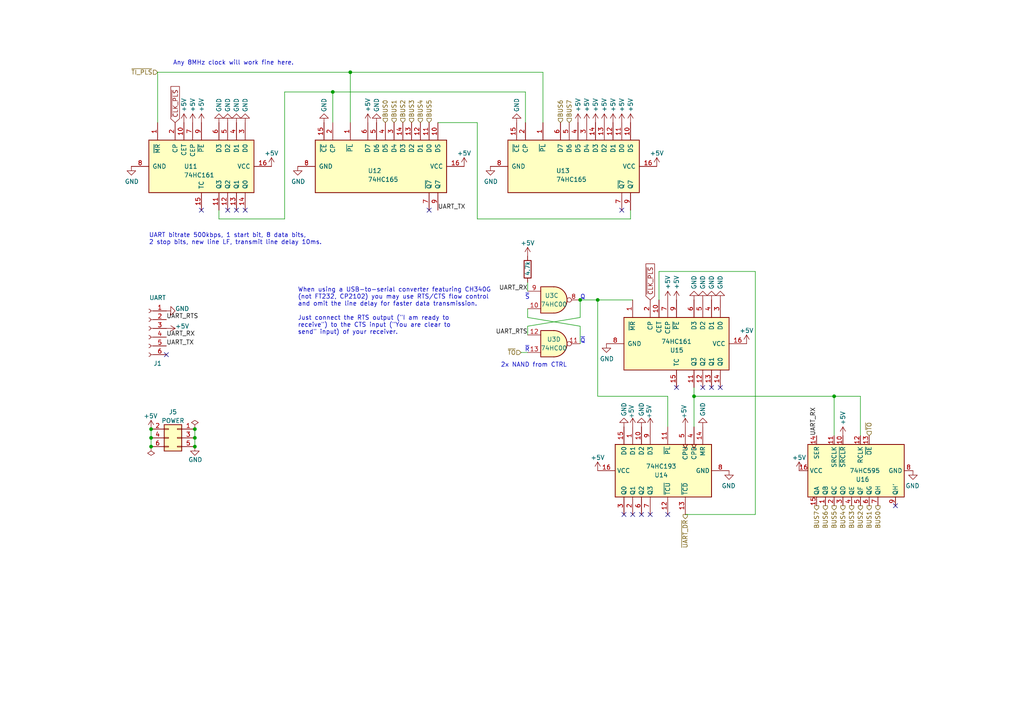
<source format=kicad_sch>
(kicad_sch (version 20211123) (generator eeschema)

  (uuid 1ab7bfbf-0b0d-4986-851e-0ecfe3961de9)

  (paper "A4")

  (title_block
    (title "UART Section")
    (date "2023-12-11")
    (rev "1.1")
    (comment 2 "creativecommons.org/licenses/by-nc-sa/4.0/")
    (comment 3 "This work is licensed under CC BY-NC-SA 4.0")
    (comment 4 "Author: Carsten Herting (slu4)")
  )

  (lib_symbols
    (symbol "74xx:74HC00" (pin_names (offset 1.016)) (in_bom yes) (on_board yes)
      (property "Reference" "U" (id 0) (at 0 1.27 0)
        (effects (font (size 1.27 1.27)))
      )
      (property "Value" "74HC00" (id 1) (at 0 -1.27 0)
        (effects (font (size 1.27 1.27)))
      )
      (property "Footprint" "" (id 2) (at 0 0 0)
        (effects (font (size 1.27 1.27)) hide)
      )
      (property "Datasheet" "http://www.ti.com/lit/gpn/sn74hc00" (id 3) (at 0 0 0)
        (effects (font (size 1.27 1.27)) hide)
      )
      (property "ki_locked" "" (id 4) (at 0 0 0)
        (effects (font (size 1.27 1.27)))
      )
      (property "ki_keywords" "HCMOS nand 2-input" (id 5) (at 0 0 0)
        (effects (font (size 1.27 1.27)) hide)
      )
      (property "ki_description" "quad 2-input NAND gate" (id 6) (at 0 0 0)
        (effects (font (size 1.27 1.27)) hide)
      )
      (property "ki_fp_filters" "DIP*W7.62mm* SO14*" (id 7) (at 0 0 0)
        (effects (font (size 1.27 1.27)) hide)
      )
      (symbol "74HC00_1_1"
        (arc (start 0 -3.81) (mid 3.81 0) (end 0 3.81)
          (stroke (width 0.254) (type default) (color 0 0 0 0))
          (fill (type background))
        )
        (polyline
          (pts
            (xy 0 3.81)
            (xy -3.81 3.81)
            (xy -3.81 -3.81)
            (xy 0 -3.81)
          )
          (stroke (width 0.254) (type default) (color 0 0 0 0))
          (fill (type background))
        )
        (pin input line (at -7.62 2.54 0) (length 3.81)
          (name "~" (effects (font (size 1.27 1.27))))
          (number "1" (effects (font (size 1.27 1.27))))
        )
        (pin input line (at -7.62 -2.54 0) (length 3.81)
          (name "~" (effects (font (size 1.27 1.27))))
          (number "2" (effects (font (size 1.27 1.27))))
        )
        (pin output inverted (at 7.62 0 180) (length 3.81)
          (name "~" (effects (font (size 1.27 1.27))))
          (number "3" (effects (font (size 1.27 1.27))))
        )
      )
      (symbol "74HC00_1_2"
        (arc (start -3.81 -3.81) (mid -2.589 0) (end -3.81 3.81)
          (stroke (width 0.254) (type default) (color 0 0 0 0))
          (fill (type none))
        )
        (arc (start -0.6096 -3.81) (mid 2.1842 -2.5851) (end 3.81 0)
          (stroke (width 0.254) (type default) (color 0 0 0 0))
          (fill (type background))
        )
        (polyline
          (pts
            (xy -3.81 -3.81)
            (xy -0.635 -3.81)
          )
          (stroke (width 0.254) (type default) (color 0 0 0 0))
          (fill (type background))
        )
        (polyline
          (pts
            (xy -3.81 3.81)
            (xy -0.635 3.81)
          )
          (stroke (width 0.254) (type default) (color 0 0 0 0))
          (fill (type background))
        )
        (polyline
          (pts
            (xy -0.635 3.81)
            (xy -3.81 3.81)
            (xy -3.81 3.81)
            (xy -3.556 3.4036)
            (xy -3.0226 2.2606)
            (xy -2.6924 1.0414)
            (xy -2.6162 -0.254)
            (xy -2.7686 -1.4986)
            (xy -3.175 -2.7178)
            (xy -3.81 -3.81)
            (xy -3.81 -3.81)
            (xy -0.635 -3.81)
          )
          (stroke (width -25.4) (type default) (color 0 0 0 0))
          (fill (type background))
        )
        (arc (start 3.81 0) (mid 2.1915 2.5936) (end -0.6096 3.81)
          (stroke (width 0.254) (type default) (color 0 0 0 0))
          (fill (type background))
        )
        (pin input inverted (at -7.62 2.54 0) (length 4.318)
          (name "~" (effects (font (size 1.27 1.27))))
          (number "1" (effects (font (size 1.27 1.27))))
        )
        (pin input inverted (at -7.62 -2.54 0) (length 4.318)
          (name "~" (effects (font (size 1.27 1.27))))
          (number "2" (effects (font (size 1.27 1.27))))
        )
        (pin output line (at 7.62 0 180) (length 3.81)
          (name "~" (effects (font (size 1.27 1.27))))
          (number "3" (effects (font (size 1.27 1.27))))
        )
      )
      (symbol "74HC00_2_1"
        (arc (start 0 -3.81) (mid 3.81 0) (end 0 3.81)
          (stroke (width 0.254) (type default) (color 0 0 0 0))
          (fill (type background))
        )
        (polyline
          (pts
            (xy 0 3.81)
            (xy -3.81 3.81)
            (xy -3.81 -3.81)
            (xy 0 -3.81)
          )
          (stroke (width 0.254) (type default) (color 0 0 0 0))
          (fill (type background))
        )
        (pin input line (at -7.62 2.54 0) (length 3.81)
          (name "~" (effects (font (size 1.27 1.27))))
          (number "4" (effects (font (size 1.27 1.27))))
        )
        (pin input line (at -7.62 -2.54 0) (length 3.81)
          (name "~" (effects (font (size 1.27 1.27))))
          (number "5" (effects (font (size 1.27 1.27))))
        )
        (pin output inverted (at 7.62 0 180) (length 3.81)
          (name "~" (effects (font (size 1.27 1.27))))
          (number "6" (effects (font (size 1.27 1.27))))
        )
      )
      (symbol "74HC00_2_2"
        (arc (start -3.81 -3.81) (mid -2.589 0) (end -3.81 3.81)
          (stroke (width 0.254) (type default) (color 0 0 0 0))
          (fill (type none))
        )
        (arc (start -0.6096 -3.81) (mid 2.1842 -2.5851) (end 3.81 0)
          (stroke (width 0.254) (type default) (color 0 0 0 0))
          (fill (type background))
        )
        (polyline
          (pts
            (xy -3.81 -3.81)
            (xy -0.635 -3.81)
          )
          (stroke (width 0.254) (type default) (color 0 0 0 0))
          (fill (type background))
        )
        (polyline
          (pts
            (xy -3.81 3.81)
            (xy -0.635 3.81)
          )
          (stroke (width 0.254) (type default) (color 0 0 0 0))
          (fill (type background))
        )
        (polyline
          (pts
            (xy -0.635 3.81)
            (xy -3.81 3.81)
            (xy -3.81 3.81)
            (xy -3.556 3.4036)
            (xy -3.0226 2.2606)
            (xy -2.6924 1.0414)
            (xy -2.6162 -0.254)
            (xy -2.7686 -1.4986)
            (xy -3.175 -2.7178)
            (xy -3.81 -3.81)
            (xy -3.81 -3.81)
            (xy -0.635 -3.81)
          )
          (stroke (width -25.4) (type default) (color 0 0 0 0))
          (fill (type background))
        )
        (arc (start 3.81 0) (mid 2.1915 2.5936) (end -0.6096 3.81)
          (stroke (width 0.254) (type default) (color 0 0 0 0))
          (fill (type background))
        )
        (pin input inverted (at -7.62 2.54 0) (length 4.318)
          (name "~" (effects (font (size 1.27 1.27))))
          (number "4" (effects (font (size 1.27 1.27))))
        )
        (pin input inverted (at -7.62 -2.54 0) (length 4.318)
          (name "~" (effects (font (size 1.27 1.27))))
          (number "5" (effects (font (size 1.27 1.27))))
        )
        (pin output line (at 7.62 0 180) (length 3.81)
          (name "~" (effects (font (size 1.27 1.27))))
          (number "6" (effects (font (size 1.27 1.27))))
        )
      )
      (symbol "74HC00_3_1"
        (arc (start 0 -3.81) (mid 3.81 0) (end 0 3.81)
          (stroke (width 0.254) (type default) (color 0 0 0 0))
          (fill (type background))
        )
        (polyline
          (pts
            (xy 0 3.81)
            (xy -3.81 3.81)
            (xy -3.81 -3.81)
            (xy 0 -3.81)
          )
          (stroke (width 0.254) (type default) (color 0 0 0 0))
          (fill (type background))
        )
        (pin input line (at -7.62 -2.54 0) (length 3.81)
          (name "~" (effects (font (size 1.27 1.27))))
          (number "10" (effects (font (size 1.27 1.27))))
        )
        (pin output inverted (at 7.62 0 180) (length 3.81)
          (name "~" (effects (font (size 1.27 1.27))))
          (number "8" (effects (font (size 1.27 1.27))))
        )
        (pin input line (at -7.62 2.54 0) (length 3.81)
          (name "~" (effects (font (size 1.27 1.27))))
          (number "9" (effects (font (size 1.27 1.27))))
        )
      )
      (symbol "74HC00_3_2"
        (arc (start -3.81 -3.81) (mid -2.589 0) (end -3.81 3.81)
          (stroke (width 0.254) (type default) (color 0 0 0 0))
          (fill (type none))
        )
        (arc (start -0.6096 -3.81) (mid 2.1842 -2.5851) (end 3.81 0)
          (stroke (width 0.254) (type default) (color 0 0 0 0))
          (fill (type background))
        )
        (polyline
          (pts
            (xy -3.81 -3.81)
            (xy -0.635 -3.81)
          )
          (stroke (width 0.254) (type default) (color 0 0 0 0))
          (fill (type background))
        )
        (polyline
          (pts
            (xy -3.81 3.81)
            (xy -0.635 3.81)
          )
          (stroke (width 0.254) (type default) (color 0 0 0 0))
          (fill (type background))
        )
        (polyline
          (pts
            (xy -0.635 3.81)
            (xy -3.81 3.81)
            (xy -3.81 3.81)
            (xy -3.556 3.4036)
            (xy -3.0226 2.2606)
            (xy -2.6924 1.0414)
            (xy -2.6162 -0.254)
            (xy -2.7686 -1.4986)
            (xy -3.175 -2.7178)
            (xy -3.81 -3.81)
            (xy -3.81 -3.81)
            (xy -0.635 -3.81)
          )
          (stroke (width -25.4) (type default) (color 0 0 0 0))
          (fill (type background))
        )
        (arc (start 3.81 0) (mid 2.1915 2.5936) (end -0.6096 3.81)
          (stroke (width 0.254) (type default) (color 0 0 0 0))
          (fill (type background))
        )
        (pin input inverted (at -7.62 -2.54 0) (length 4.318)
          (name "~" (effects (font (size 1.27 1.27))))
          (number "10" (effects (font (size 1.27 1.27))))
        )
        (pin output line (at 7.62 0 180) (length 3.81)
          (name "~" (effects (font (size 1.27 1.27))))
          (number "8" (effects (font (size 1.27 1.27))))
        )
        (pin input inverted (at -7.62 2.54 0) (length 4.318)
          (name "~" (effects (font (size 1.27 1.27))))
          (number "9" (effects (font (size 1.27 1.27))))
        )
      )
      (symbol "74HC00_4_1"
        (arc (start 0 -3.81) (mid 3.81 0) (end 0 3.81)
          (stroke (width 0.254) (type default) (color 0 0 0 0))
          (fill (type background))
        )
        (polyline
          (pts
            (xy 0 3.81)
            (xy -3.81 3.81)
            (xy -3.81 -3.81)
            (xy 0 -3.81)
          )
          (stroke (width 0.254) (type default) (color 0 0 0 0))
          (fill (type background))
        )
        (pin output inverted (at 7.62 0 180) (length 3.81)
          (name "~" (effects (font (size 1.27 1.27))))
          (number "11" (effects (font (size 1.27 1.27))))
        )
        (pin input line (at -7.62 2.54 0) (length 3.81)
          (name "~" (effects (font (size 1.27 1.27))))
          (number "12" (effects (font (size 1.27 1.27))))
        )
        (pin input line (at -7.62 -2.54 0) (length 3.81)
          (name "~" (effects (font (size 1.27 1.27))))
          (number "13" (effects (font (size 1.27 1.27))))
        )
      )
      (symbol "74HC00_4_2"
        (arc (start -3.81 -3.81) (mid -2.589 0) (end -3.81 3.81)
          (stroke (width 0.254) (type default) (color 0 0 0 0))
          (fill (type none))
        )
        (arc (start -0.6096 -3.81) (mid 2.1842 -2.5851) (end 3.81 0)
          (stroke (width 0.254) (type default) (color 0 0 0 0))
          (fill (type background))
        )
        (polyline
          (pts
            (xy -3.81 -3.81)
            (xy -0.635 -3.81)
          )
          (stroke (width 0.254) (type default) (color 0 0 0 0))
          (fill (type background))
        )
        (polyline
          (pts
            (xy -3.81 3.81)
            (xy -0.635 3.81)
          )
          (stroke (width 0.254) (type default) (color 0 0 0 0))
          (fill (type background))
        )
        (polyline
          (pts
            (xy -0.635 3.81)
            (xy -3.81 3.81)
            (xy -3.81 3.81)
            (xy -3.556 3.4036)
            (xy -3.0226 2.2606)
            (xy -2.6924 1.0414)
            (xy -2.6162 -0.254)
            (xy -2.7686 -1.4986)
            (xy -3.175 -2.7178)
            (xy -3.81 -3.81)
            (xy -3.81 -3.81)
            (xy -0.635 -3.81)
          )
          (stroke (width -25.4) (type default) (color 0 0 0 0))
          (fill (type background))
        )
        (arc (start 3.81 0) (mid 2.1915 2.5936) (end -0.6096 3.81)
          (stroke (width 0.254) (type default) (color 0 0 0 0))
          (fill (type background))
        )
        (pin output line (at 7.62 0 180) (length 3.81)
          (name "~" (effects (font (size 1.27 1.27))))
          (number "11" (effects (font (size 1.27 1.27))))
        )
        (pin input inverted (at -7.62 2.54 0) (length 4.318)
          (name "~" (effects (font (size 1.27 1.27))))
          (number "12" (effects (font (size 1.27 1.27))))
        )
        (pin input inverted (at -7.62 -2.54 0) (length 4.318)
          (name "~" (effects (font (size 1.27 1.27))))
          (number "13" (effects (font (size 1.27 1.27))))
        )
      )
      (symbol "74HC00_5_0"
        (pin power_in line (at 0 12.7 270) (length 5.08)
          (name "VCC" (effects (font (size 1.27 1.27))))
          (number "14" (effects (font (size 1.27 1.27))))
        )
        (pin power_in line (at 0 -12.7 90) (length 5.08)
          (name "GND" (effects (font (size 1.27 1.27))))
          (number "7" (effects (font (size 1.27 1.27))))
        )
      )
      (symbol "74HC00_5_1"
        (rectangle (start -5.08 7.62) (end 5.08 -7.62)
          (stroke (width 0.254) (type default) (color 0 0 0 0))
          (fill (type background))
        )
      )
    )
    (symbol "74xx:74HC595" (in_bom yes) (on_board yes)
      (property "Reference" "U" (id 0) (at -7.62 13.97 0)
        (effects (font (size 1.27 1.27)))
      )
      (property "Value" "74HC595" (id 1) (at -7.62 -16.51 0)
        (effects (font (size 1.27 1.27)))
      )
      (property "Footprint" "" (id 2) (at 0 0 0)
        (effects (font (size 1.27 1.27)) hide)
      )
      (property "Datasheet" "http://www.ti.com/lit/ds/symlink/sn74hc595.pdf" (id 3) (at 0 0 0)
        (effects (font (size 1.27 1.27)) hide)
      )
      (property "ki_keywords" "HCMOS SR 3State" (id 4) (at 0 0 0)
        (effects (font (size 1.27 1.27)) hide)
      )
      (property "ki_description" "8-bit serial in/out Shift Register 3-State Outputs" (id 5) (at 0 0 0)
        (effects (font (size 1.27 1.27)) hide)
      )
      (property "ki_fp_filters" "DIP*W7.62mm* SOIC*3.9x9.9mm*P1.27mm* TSSOP*4.4x5mm*P0.65mm* SOIC*5.3x10.2mm*P1.27mm* SOIC*7.5x10.3mm*P1.27mm*" (id 6) (at 0 0 0)
        (effects (font (size 1.27 1.27)) hide)
      )
      (symbol "74HC595_1_0"
        (pin tri_state line (at 10.16 7.62 180) (length 2.54)
          (name "QB" (effects (font (size 1.27 1.27))))
          (number "1" (effects (font (size 1.27 1.27))))
        )
        (pin input line (at -10.16 2.54 0) (length 2.54)
          (name "~{SRCLR}" (effects (font (size 1.27 1.27))))
          (number "10" (effects (font (size 1.27 1.27))))
        )
        (pin input line (at -10.16 5.08 0) (length 2.54)
          (name "SRCLK" (effects (font (size 1.27 1.27))))
          (number "11" (effects (font (size 1.27 1.27))))
        )
        (pin input line (at -10.16 -2.54 0) (length 2.54)
          (name "RCLK" (effects (font (size 1.27 1.27))))
          (number "12" (effects (font (size 1.27 1.27))))
        )
        (pin input line (at -10.16 -5.08 0) (length 2.54)
          (name "~{OE}" (effects (font (size 1.27 1.27))))
          (number "13" (effects (font (size 1.27 1.27))))
        )
        (pin input line (at -10.16 10.16 0) (length 2.54)
          (name "SER" (effects (font (size 1.27 1.27))))
          (number "14" (effects (font (size 1.27 1.27))))
        )
        (pin tri_state line (at 10.16 10.16 180) (length 2.54)
          (name "QA" (effects (font (size 1.27 1.27))))
          (number "15" (effects (font (size 1.27 1.27))))
        )
        (pin power_in line (at 0 15.24 270) (length 2.54)
          (name "VCC" (effects (font (size 1.27 1.27))))
          (number "16" (effects (font (size 1.27 1.27))))
        )
        (pin tri_state line (at 10.16 5.08 180) (length 2.54)
          (name "QC" (effects (font (size 1.27 1.27))))
          (number "2" (effects (font (size 1.27 1.27))))
        )
        (pin tri_state line (at 10.16 2.54 180) (length 2.54)
          (name "QD" (effects (font (size 1.27 1.27))))
          (number "3" (effects (font (size 1.27 1.27))))
        )
        (pin tri_state line (at 10.16 0 180) (length 2.54)
          (name "QE" (effects (font (size 1.27 1.27))))
          (number "4" (effects (font (size 1.27 1.27))))
        )
        (pin tri_state line (at 10.16 -2.54 180) (length 2.54)
          (name "QF" (effects (font (size 1.27 1.27))))
          (number "5" (effects (font (size 1.27 1.27))))
        )
        (pin tri_state line (at 10.16 -5.08 180) (length 2.54)
          (name "QG" (effects (font (size 1.27 1.27))))
          (number "6" (effects (font (size 1.27 1.27))))
        )
        (pin tri_state line (at 10.16 -7.62 180) (length 2.54)
          (name "QH" (effects (font (size 1.27 1.27))))
          (number "7" (effects (font (size 1.27 1.27))))
        )
        (pin power_in line (at 0 -17.78 90) (length 2.54)
          (name "GND" (effects (font (size 1.27 1.27))))
          (number "8" (effects (font (size 1.27 1.27))))
        )
        (pin output line (at 10.16 -12.7 180) (length 2.54)
          (name "QH'" (effects (font (size 1.27 1.27))))
          (number "9" (effects (font (size 1.27 1.27))))
        )
      )
      (symbol "74HC595_1_1"
        (rectangle (start -7.62 12.7) (end 7.62 -15.24)
          (stroke (width 0.254) (type default) (color 0 0 0 0))
          (fill (type background))
        )
      )
    )
    (symbol "8-Bit CPU 32k:74HC161" (pin_names (offset 1.016)) (in_bom yes) (on_board yes)
      (property "Reference" "U" (id 0) (at -7.62 16.51 0)
        (effects (font (size 1.27 1.27)))
      )
      (property "Value" "74HC161" (id 1) (at -7.62 -16.51 0)
        (effects (font (size 1.27 1.27)))
      )
      (property "Footprint" "" (id 2) (at 0 0 0)
        (effects (font (size 1.27 1.27)) hide)
      )
      (property "Datasheet" "http://www.ti.com/lit/gpn/sn74LS161" (id 3) (at 0 0 0)
        (effects (font (size 1.27 1.27)) hide)
      )
      (property "ki_locked" "" (id 4) (at 0 0 0)
        (effects (font (size 1.27 1.27)))
      )
      (property "ki_keywords" "TTL CNT CNT4" (id 5) (at 0 0 0)
        (effects (font (size 1.27 1.27)) hide)
      )
      (property "ki_description" "Synchronous 4-bit programmable binary Counter" (id 6) (at 0 0 0)
        (effects (font (size 1.27 1.27)) hide)
      )
      (property "ki_fp_filters" "DIP?16*" (id 7) (at 0 0 0)
        (effects (font (size 1.27 1.27)) hide)
      )
      (symbol "74HC161_1_0"
        (pin input line (at -12.7 -12.7 0) (length 5.08)
          (name "~{MR}" (effects (font (size 1.27 1.27))))
          (number "1" (effects (font (size 1.27 1.27))))
        )
        (pin input line (at -12.7 -5.08 0) (length 5.08)
          (name "CET" (effects (font (size 1.27 1.27))))
          (number "10" (effects (font (size 1.27 1.27))))
        )
        (pin output line (at 12.7 5.08 180) (length 5.08)
          (name "Q3" (effects (font (size 1.27 1.27))))
          (number "11" (effects (font (size 1.27 1.27))))
        )
        (pin output line (at 12.7 7.62 180) (length 5.08)
          (name "Q2" (effects (font (size 1.27 1.27))))
          (number "12" (effects (font (size 1.27 1.27))))
        )
        (pin output line (at 12.7 10.16 180) (length 5.08)
          (name "Q1" (effects (font (size 1.27 1.27))))
          (number "13" (effects (font (size 1.27 1.27))))
        )
        (pin output line (at 12.7 12.7 180) (length 5.08)
          (name "Q0" (effects (font (size 1.27 1.27))))
          (number "14" (effects (font (size 1.27 1.27))))
        )
        (pin output line (at 12.7 0 180) (length 5.08)
          (name "TC" (effects (font (size 1.27 1.27))))
          (number "15" (effects (font (size 1.27 1.27))))
        )
        (pin power_in line (at 0 20.32 270) (length 5.08)
          (name "VCC" (effects (font (size 1.27 1.27))))
          (number "16" (effects (font (size 1.27 1.27))))
        )
        (pin input line (at -12.7 -7.62 0) (length 5.08)
          (name "CP" (effects (font (size 1.27 1.27))))
          (number "2" (effects (font (size 1.27 1.27))))
        )
        (pin input line (at -12.7 12.7 0) (length 5.08)
          (name "D0" (effects (font (size 1.27 1.27))))
          (number "3" (effects (font (size 1.27 1.27))))
        )
        (pin input line (at -12.7 10.16 0) (length 5.08)
          (name "D1" (effects (font (size 1.27 1.27))))
          (number "4" (effects (font (size 1.27 1.27))))
        )
        (pin input line (at -12.7 7.62 0) (length 5.08)
          (name "D2" (effects (font (size 1.27 1.27))))
          (number "5" (effects (font (size 1.27 1.27))))
        )
        (pin input line (at -12.7 5.08 0) (length 5.08)
          (name "D3" (effects (font (size 1.27 1.27))))
          (number "6" (effects (font (size 1.27 1.27))))
        )
        (pin input line (at -12.7 -2.54 0) (length 5.08)
          (name "CEP" (effects (font (size 1.27 1.27))))
          (number "7" (effects (font (size 1.27 1.27))))
        )
        (pin power_in line (at 0 -20.32 90) (length 5.08)
          (name "GND" (effects (font (size 1.27 1.27))))
          (number "8" (effects (font (size 1.27 1.27))))
        )
        (pin input line (at -12.7 0 0) (length 5.08)
          (name "~{PE}" (effects (font (size 1.27 1.27))))
          (number "9" (effects (font (size 1.27 1.27))))
        )
      )
      (symbol "74HC161_1_1"
        (rectangle (start -7.62 15.24) (end 7.62 -15.24)
          (stroke (width 0.254) (type default) (color 0 0 0 0))
          (fill (type background))
        )
      )
    )
    (symbol "8-Bit CPU 32k:74HC165" (pin_names (offset 1.016)) (in_bom yes) (on_board yes)
      (property "Reference" "U" (id 0) (at -7.62 19.05 0)
        (effects (font (size 1.27 1.27)))
      )
      (property "Value" "74HC165" (id 1) (at -7.62 -21.59 0)
        (effects (font (size 1.27 1.27)))
      )
      (property "Footprint" "" (id 2) (at 0 0 0)
        (effects (font (size 1.27 1.27)) hide)
      )
      (property "Datasheet" "http://www.ti.com/lit/gpn/sn74LS165" (id 3) (at 0 0 0)
        (effects (font (size 1.27 1.27)) hide)
      )
      (property "ki_locked" "" (id 4) (at 0 0 0)
        (effects (font (size 1.27 1.27)))
      )
      (property "ki_keywords" "TTL SR SR8" (id 5) (at 0 0 0)
        (effects (font (size 1.27 1.27)) hide)
      )
      (property "ki_description" "Shift Register 8-bit, parallel load" (id 6) (at 0 0 0)
        (effects (font (size 1.27 1.27)) hide)
      )
      (property "ki_fp_filters" "DIP?16*" (id 7) (at 0 0 0)
        (effects (font (size 1.27 1.27)) hide)
      )
      (symbol "74HC165_1_0"
        (pin input line (at -12.7 -10.16 0) (length 5.08)
          (name "~{PL}" (effects (font (size 1.27 1.27))))
          (number "1" (effects (font (size 1.27 1.27))))
        )
        (pin input line (at -12.7 15.24 0) (length 5.08)
          (name "DS" (effects (font (size 1.27 1.27))))
          (number "10" (effects (font (size 1.27 1.27))))
        )
        (pin input line (at -12.7 12.7 0) (length 5.08)
          (name "D0" (effects (font (size 1.27 1.27))))
          (number "11" (effects (font (size 1.27 1.27))))
        )
        (pin input line (at -12.7 10.16 0) (length 5.08)
          (name "D1" (effects (font (size 1.27 1.27))))
          (number "12" (effects (font (size 1.27 1.27))))
        )
        (pin input line (at -12.7 7.62 0) (length 5.08)
          (name "D2" (effects (font (size 1.27 1.27))))
          (number "13" (effects (font (size 1.27 1.27))))
        )
        (pin input line (at -12.7 5.08 0) (length 5.08)
          (name "D3" (effects (font (size 1.27 1.27))))
          (number "14" (effects (font (size 1.27 1.27))))
        )
        (pin input line (at -12.7 -17.78 0) (length 5.08)
          (name "~{CE}" (effects (font (size 1.27 1.27))))
          (number "15" (effects (font (size 1.27 1.27))))
        )
        (pin power_in line (at 0 22.86 270) (length 5.08)
          (name "VCC" (effects (font (size 1.27 1.27))))
          (number "16" (effects (font (size 1.27 1.27))))
        )
        (pin input line (at -12.7 -15.24 0) (length 5.08)
          (name "CP" (effects (font (size 1.27 1.27))))
          (number "2" (effects (font (size 1.27 1.27))))
        )
        (pin input line (at -12.7 2.54 0) (length 5.08)
          (name "D4" (effects (font (size 1.27 1.27))))
          (number "3" (effects (font (size 1.27 1.27))))
        )
        (pin input line (at -12.7 0 0) (length 5.08)
          (name "D5" (effects (font (size 1.27 1.27))))
          (number "4" (effects (font (size 1.27 1.27))))
        )
        (pin input line (at -12.7 -2.54 0) (length 5.08)
          (name "D6" (effects (font (size 1.27 1.27))))
          (number "5" (effects (font (size 1.27 1.27))))
        )
        (pin input line (at -12.7 -5.08 0) (length 5.08)
          (name "D7" (effects (font (size 1.27 1.27))))
          (number "6" (effects (font (size 1.27 1.27))))
        )
        (pin output line (at 12.7 12.7 180) (length 5.08)
          (name "~{Q7}" (effects (font (size 1.27 1.27))))
          (number "7" (effects (font (size 1.27 1.27))))
        )
        (pin power_in line (at 0 -25.4 90) (length 5.08)
          (name "GND" (effects (font (size 1.27 1.27))))
          (number "8" (effects (font (size 1.27 1.27))))
        )
        (pin output line (at 12.7 15.24 180) (length 5.08)
          (name "Q7" (effects (font (size 1.27 1.27))))
          (number "9" (effects (font (size 1.27 1.27))))
        )
      )
      (symbol "74HC165_1_1"
        (rectangle (start -7.62 17.78) (end 7.62 -20.32)
          (stroke (width 0.254) (type default) (color 0 0 0 0))
          (fill (type background))
        )
      )
    )
    (symbol "8-Bit CPU 32k:74HC193" (in_bom yes) (on_board yes)
      (property "Reference" "U" (id 0) (at -7.62 13.97 0)
        (effects (font (size 1.27 1.27)))
      )
      (property "Value" "74HC193" (id 1) (at 5.08 13.97 0)
        (effects (font (size 1.27 1.27)))
      )
      (property "Footprint" "" (id 2) (at 0 0 0)
        (effects (font (size 1.27 1.27)) hide)
      )
      (property "Datasheet" "http://www.ti.com/lit/ds/symlink/sn74ls193.pdf" (id 3) (at 0 0 0)
        (effects (font (size 1.27 1.27)) hide)
      )
      (property "ki_keywords" "TTL CNT CNT4" (id 4) (at 0 0 0)
        (effects (font (size 1.27 1.27)) hide)
      )
      (property "ki_description" "Synchronous 4-bit Up/Down (2 clk) counter" (id 5) (at 0 0 0)
        (effects (font (size 1.27 1.27)) hide)
      )
      (property "ki_fp_filters" "SOIC*3.9x9.9mm*P1.27mm* DIP*W7.62mm*" (id 6) (at 0 0 0)
        (effects (font (size 1.27 1.27)) hide)
      )
      (symbol "74HC193_1_0"
        (pin input line (at -12.7 7.62 0) (length 5.08)
          (name "D1" (effects (font (size 1.27 1.27))))
          (number "1" (effects (font (size 1.27 1.27))))
        )
        (pin input line (at -12.7 5.08 0) (length 5.08)
          (name "D2" (effects (font (size 1.27 1.27))))
          (number "10" (effects (font (size 1.27 1.27))))
        )
        (pin input line (at -12.7 -2.54 0) (length 5.08)
          (name "~{PL}" (effects (font (size 1.27 1.27))))
          (number "11" (effects (font (size 1.27 1.27))))
        )
        (pin output line (at 12.7 -2.54 180) (length 5.08)
          (name "~{TCU}" (effects (font (size 1.27 1.27))))
          (number "12" (effects (font (size 1.27 1.27))))
        )
        (pin output line (at 12.7 -7.62 180) (length 5.08)
          (name "~{TCD}" (effects (font (size 1.27 1.27))))
          (number "13" (effects (font (size 1.27 1.27))))
        )
        (pin input line (at -12.7 -12.7 0) (length 5.08)
          (name "MR" (effects (font (size 1.27 1.27))))
          (number "14" (effects (font (size 1.27 1.27))))
        )
        (pin input line (at -12.7 10.16 0) (length 5.08)
          (name "D0" (effects (font (size 1.27 1.27))))
          (number "15" (effects (font (size 1.27 1.27))))
        )
        (pin power_in line (at 0 17.78 270) (length 5.08)
          (name "VCC" (effects (font (size 1.27 1.27))))
          (number "16" (effects (font (size 1.27 1.27))))
        )
        (pin output line (at 12.7 7.62 180) (length 5.08)
          (name "Q1" (effects (font (size 1.27 1.27))))
          (number "2" (effects (font (size 1.27 1.27))))
        )
        (pin output line (at 12.7 10.16 180) (length 5.08)
          (name "Q0" (effects (font (size 1.27 1.27))))
          (number "3" (effects (font (size 1.27 1.27))))
        )
        (pin input clock (at -12.7 -10.16 0) (length 5.08)
          (name "CPD" (effects (font (size 1.27 1.27))))
          (number "4" (effects (font (size 1.27 1.27))))
        )
        (pin input clock (at -12.7 -7.62 0) (length 5.08)
          (name "CPU" (effects (font (size 1.27 1.27))))
          (number "5" (effects (font (size 1.27 1.27))))
        )
        (pin output line (at 12.7 5.08 180) (length 5.08)
          (name "Q2" (effects (font (size 1.27 1.27))))
          (number "6" (effects (font (size 1.27 1.27))))
        )
        (pin output line (at 12.7 2.54 180) (length 5.08)
          (name "Q3" (effects (font (size 1.27 1.27))))
          (number "7" (effects (font (size 1.27 1.27))))
        )
        (pin power_in line (at 0 -20.32 90) (length 5.08)
          (name "GND" (effects (font (size 1.27 1.27))))
          (number "8" (effects (font (size 1.27 1.27))))
        )
        (pin input line (at -12.7 2.54 0) (length 5.08)
          (name "D3" (effects (font (size 1.27 1.27))))
          (number "9" (effects (font (size 1.27 1.27))))
        )
      )
      (symbol "74HC193_1_1"
        (rectangle (start -7.62 12.7) (end 7.62 -15.24)
          (stroke (width 0.254) (type default) (color 0 0 0 0))
          (fill (type background))
        )
      )
    )
    (symbol "Connector:Conn_01x06_Female" (pin_names (offset 1.016) hide) (in_bom yes) (on_board yes)
      (property "Reference" "J" (id 0) (at 0 7.62 0)
        (effects (font (size 1.27 1.27)))
      )
      (property "Value" "Conn_01x06_Female" (id 1) (at 0 -10.16 0)
        (effects (font (size 1.27 1.27)))
      )
      (property "Footprint" "" (id 2) (at 0 0 0)
        (effects (font (size 1.27 1.27)) hide)
      )
      (property "Datasheet" "~" (id 3) (at 0 0 0)
        (effects (font (size 1.27 1.27)) hide)
      )
      (property "ki_keywords" "connector" (id 4) (at 0 0 0)
        (effects (font (size 1.27 1.27)) hide)
      )
      (property "ki_description" "Generic connector, single row, 01x06, script generated (kicad-library-utils/schlib/autogen/connector/)" (id 5) (at 0 0 0)
        (effects (font (size 1.27 1.27)) hide)
      )
      (property "ki_fp_filters" "Connector*:*_1x??_*" (id 6) (at 0 0 0)
        (effects (font (size 1.27 1.27)) hide)
      )
      (symbol "Conn_01x06_Female_1_1"
        (arc (start 0 -7.112) (mid -0.508 -7.62) (end 0 -8.128)
          (stroke (width 0.1524) (type default) (color 0 0 0 0))
          (fill (type none))
        )
        (arc (start 0 -4.572) (mid -0.508 -5.08) (end 0 -5.588)
          (stroke (width 0.1524) (type default) (color 0 0 0 0))
          (fill (type none))
        )
        (arc (start 0 -2.032) (mid -0.508 -2.54) (end 0 -3.048)
          (stroke (width 0.1524) (type default) (color 0 0 0 0))
          (fill (type none))
        )
        (polyline
          (pts
            (xy -1.27 -7.62)
            (xy -0.508 -7.62)
          )
          (stroke (width 0.1524) (type default) (color 0 0 0 0))
          (fill (type none))
        )
        (polyline
          (pts
            (xy -1.27 -5.08)
            (xy -0.508 -5.08)
          )
          (stroke (width 0.1524) (type default) (color 0 0 0 0))
          (fill (type none))
        )
        (polyline
          (pts
            (xy -1.27 -2.54)
            (xy -0.508 -2.54)
          )
          (stroke (width 0.1524) (type default) (color 0 0 0 0))
          (fill (type none))
        )
        (polyline
          (pts
            (xy -1.27 0)
            (xy -0.508 0)
          )
          (stroke (width 0.1524) (type default) (color 0 0 0 0))
          (fill (type none))
        )
        (polyline
          (pts
            (xy -1.27 2.54)
            (xy -0.508 2.54)
          )
          (stroke (width 0.1524) (type default) (color 0 0 0 0))
          (fill (type none))
        )
        (polyline
          (pts
            (xy -1.27 5.08)
            (xy -0.508 5.08)
          )
          (stroke (width 0.1524) (type default) (color 0 0 0 0))
          (fill (type none))
        )
        (arc (start 0 0.508) (mid -0.508 0) (end 0 -0.508)
          (stroke (width 0.1524) (type default) (color 0 0 0 0))
          (fill (type none))
        )
        (arc (start 0 3.048) (mid -0.508 2.54) (end 0 2.032)
          (stroke (width 0.1524) (type default) (color 0 0 0 0))
          (fill (type none))
        )
        (arc (start 0 5.588) (mid -0.508 5.08) (end 0 4.572)
          (stroke (width 0.1524) (type default) (color 0 0 0 0))
          (fill (type none))
        )
        (pin passive line (at -5.08 5.08 0) (length 3.81)
          (name "Pin_1" (effects (font (size 1.27 1.27))))
          (number "1" (effects (font (size 1.27 1.27))))
        )
        (pin passive line (at -5.08 2.54 0) (length 3.81)
          (name "Pin_2" (effects (font (size 1.27 1.27))))
          (number "2" (effects (font (size 1.27 1.27))))
        )
        (pin passive line (at -5.08 0 0) (length 3.81)
          (name "Pin_3" (effects (font (size 1.27 1.27))))
          (number "3" (effects (font (size 1.27 1.27))))
        )
        (pin passive line (at -5.08 -2.54 0) (length 3.81)
          (name "Pin_4" (effects (font (size 1.27 1.27))))
          (number "4" (effects (font (size 1.27 1.27))))
        )
        (pin passive line (at -5.08 -5.08 0) (length 3.81)
          (name "Pin_5" (effects (font (size 1.27 1.27))))
          (number "5" (effects (font (size 1.27 1.27))))
        )
        (pin passive line (at -5.08 -7.62 0) (length 3.81)
          (name "Pin_6" (effects (font (size 1.27 1.27))))
          (number "6" (effects (font (size 1.27 1.27))))
        )
      )
    )
    (symbol "Connector_Generic:Conn_02x03_Odd_Even" (pin_names (offset 1.016) hide) (in_bom yes) (on_board yes)
      (property "Reference" "J" (id 0) (at 1.27 5.08 0)
        (effects (font (size 1.27 1.27)))
      )
      (property "Value" "Conn_02x03_Odd_Even" (id 1) (at 1.27 -5.08 0)
        (effects (font (size 1.27 1.27)))
      )
      (property "Footprint" "" (id 2) (at 0 0 0)
        (effects (font (size 1.27 1.27)) hide)
      )
      (property "Datasheet" "~" (id 3) (at 0 0 0)
        (effects (font (size 1.27 1.27)) hide)
      )
      (property "ki_keywords" "connector" (id 4) (at 0 0 0)
        (effects (font (size 1.27 1.27)) hide)
      )
      (property "ki_description" "Generic connector, double row, 02x03, odd/even pin numbering scheme (row 1 odd numbers, row 2 even numbers), script generated (kicad-library-utils/schlib/autogen/connector/)" (id 5) (at 0 0 0)
        (effects (font (size 1.27 1.27)) hide)
      )
      (property "ki_fp_filters" "Connector*:*_2x??_*" (id 6) (at 0 0 0)
        (effects (font (size 1.27 1.27)) hide)
      )
      (symbol "Conn_02x03_Odd_Even_1_1"
        (rectangle (start -1.27 -2.413) (end 0 -2.667)
          (stroke (width 0.1524) (type default) (color 0 0 0 0))
          (fill (type none))
        )
        (rectangle (start -1.27 0.127) (end 0 -0.127)
          (stroke (width 0.1524) (type default) (color 0 0 0 0))
          (fill (type none))
        )
        (rectangle (start -1.27 2.667) (end 0 2.413)
          (stroke (width 0.1524) (type default) (color 0 0 0 0))
          (fill (type none))
        )
        (rectangle (start -1.27 3.81) (end 3.81 -3.81)
          (stroke (width 0.254) (type default) (color 0 0 0 0))
          (fill (type background))
        )
        (rectangle (start 3.81 -2.413) (end 2.54 -2.667)
          (stroke (width 0.1524) (type default) (color 0 0 0 0))
          (fill (type none))
        )
        (rectangle (start 3.81 0.127) (end 2.54 -0.127)
          (stroke (width 0.1524) (type default) (color 0 0 0 0))
          (fill (type none))
        )
        (rectangle (start 3.81 2.667) (end 2.54 2.413)
          (stroke (width 0.1524) (type default) (color 0 0 0 0))
          (fill (type none))
        )
        (pin passive line (at -5.08 2.54 0) (length 3.81)
          (name "Pin_1" (effects (font (size 1.27 1.27))))
          (number "1" (effects (font (size 1.27 1.27))))
        )
        (pin passive line (at 7.62 2.54 180) (length 3.81)
          (name "Pin_2" (effects (font (size 1.27 1.27))))
          (number "2" (effects (font (size 1.27 1.27))))
        )
        (pin passive line (at -5.08 0 0) (length 3.81)
          (name "Pin_3" (effects (font (size 1.27 1.27))))
          (number "3" (effects (font (size 1.27 1.27))))
        )
        (pin passive line (at 7.62 0 180) (length 3.81)
          (name "Pin_4" (effects (font (size 1.27 1.27))))
          (number "4" (effects (font (size 1.27 1.27))))
        )
        (pin passive line (at -5.08 -2.54 0) (length 3.81)
          (name "Pin_5" (effects (font (size 1.27 1.27))))
          (number "5" (effects (font (size 1.27 1.27))))
        )
        (pin passive line (at 7.62 -2.54 180) (length 3.81)
          (name "Pin_6" (effects (font (size 1.27 1.27))))
          (number "6" (effects (font (size 1.27 1.27))))
        )
      )
    )
    (symbol "Device:R" (pin_numbers hide) (pin_names (offset 0)) (in_bom yes) (on_board yes)
      (property "Reference" "R" (id 0) (at 2.032 0 90)
        (effects (font (size 1.27 1.27)))
      )
      (property "Value" "R" (id 1) (at 0 0 90)
        (effects (font (size 1.27 1.27)))
      )
      (property "Footprint" "" (id 2) (at -1.778 0 90)
        (effects (font (size 1.27 1.27)) hide)
      )
      (property "Datasheet" "~" (id 3) (at 0 0 0)
        (effects (font (size 1.27 1.27)) hide)
      )
      (property "ki_keywords" "R res resistor" (id 4) (at 0 0 0)
        (effects (font (size 1.27 1.27)) hide)
      )
      (property "ki_description" "Resistor" (id 5) (at 0 0 0)
        (effects (font (size 1.27 1.27)) hide)
      )
      (property "ki_fp_filters" "R_*" (id 6) (at 0 0 0)
        (effects (font (size 1.27 1.27)) hide)
      )
      (symbol "R_0_1"
        (rectangle (start -1.016 -2.54) (end 1.016 2.54)
          (stroke (width 0.254) (type default) (color 0 0 0 0))
          (fill (type none))
        )
      )
      (symbol "R_1_1"
        (pin passive line (at 0 3.81 270) (length 1.27)
          (name "~" (effects (font (size 1.27 1.27))))
          (number "1" (effects (font (size 1.27 1.27))))
        )
        (pin passive line (at 0 -3.81 90) (length 1.27)
          (name "~" (effects (font (size 1.27 1.27))))
          (number "2" (effects (font (size 1.27 1.27))))
        )
      )
    )
    (symbol "power:+5V" (power) (pin_names (offset 0)) (in_bom yes) (on_board yes)
      (property "Reference" "#PWR" (id 0) (at 0 -3.81 0)
        (effects (font (size 1.27 1.27)) hide)
      )
      (property "Value" "+5V" (id 1) (at 0 3.556 0)
        (effects (font (size 1.27 1.27)))
      )
      (property "Footprint" "" (id 2) (at 0 0 0)
        (effects (font (size 1.27 1.27)) hide)
      )
      (property "Datasheet" "" (id 3) (at 0 0 0)
        (effects (font (size 1.27 1.27)) hide)
      )
      (property "ki_keywords" "power-flag" (id 4) (at 0 0 0)
        (effects (font (size 1.27 1.27)) hide)
      )
      (property "ki_description" "Power symbol creates a global label with name \"+5V\"" (id 5) (at 0 0 0)
        (effects (font (size 1.27 1.27)) hide)
      )
      (symbol "+5V_0_1"
        (polyline
          (pts
            (xy -0.762 1.27)
            (xy 0 2.54)
          )
          (stroke (width 0) (type default) (color 0 0 0 0))
          (fill (type none))
        )
        (polyline
          (pts
            (xy 0 0)
            (xy 0 2.54)
          )
          (stroke (width 0) (type default) (color 0 0 0 0))
          (fill (type none))
        )
        (polyline
          (pts
            (xy 0 2.54)
            (xy 0.762 1.27)
          )
          (stroke (width 0) (type default) (color 0 0 0 0))
          (fill (type none))
        )
      )
      (symbol "+5V_1_1"
        (pin power_in line (at 0 0 90) (length 0) hide
          (name "+5V" (effects (font (size 1.27 1.27))))
          (number "1" (effects (font (size 1.27 1.27))))
        )
      )
    )
    (symbol "power:GND" (power) (pin_names (offset 0)) (in_bom yes) (on_board yes)
      (property "Reference" "#PWR" (id 0) (at 0 -6.35 0)
        (effects (font (size 1.27 1.27)) hide)
      )
      (property "Value" "GND" (id 1) (at 0 -3.81 0)
        (effects (font (size 1.27 1.27)))
      )
      (property "Footprint" "" (id 2) (at 0 0 0)
        (effects (font (size 1.27 1.27)) hide)
      )
      (property "Datasheet" "" (id 3) (at 0 0 0)
        (effects (font (size 1.27 1.27)) hide)
      )
      (property "ki_keywords" "power-flag" (id 4) (at 0 0 0)
        (effects (font (size 1.27 1.27)) hide)
      )
      (property "ki_description" "Power symbol creates a global label with name \"GND\" , ground" (id 5) (at 0 0 0)
        (effects (font (size 1.27 1.27)) hide)
      )
      (symbol "GND_0_1"
        (polyline
          (pts
            (xy 0 0)
            (xy 0 -1.27)
            (xy 1.27 -1.27)
            (xy 0 -2.54)
            (xy -1.27 -1.27)
            (xy 0 -1.27)
          )
          (stroke (width 0) (type default) (color 0 0 0 0))
          (fill (type none))
        )
      )
      (symbol "GND_1_1"
        (pin power_in line (at 0 0 270) (length 0) hide
          (name "GND" (effects (font (size 1.27 1.27))))
          (number "1" (effects (font (size 1.27 1.27))))
        )
      )
    )
    (symbol "power:PWR_FLAG" (power) (pin_numbers hide) (pin_names (offset 0) hide) (in_bom yes) (on_board yes)
      (property "Reference" "#FLG" (id 0) (at 0 1.905 0)
        (effects (font (size 1.27 1.27)) hide)
      )
      (property "Value" "PWR_FLAG" (id 1) (at 0 3.81 0)
        (effects (font (size 1.27 1.27)))
      )
      (property "Footprint" "" (id 2) (at 0 0 0)
        (effects (font (size 1.27 1.27)) hide)
      )
      (property "Datasheet" "~" (id 3) (at 0 0 0)
        (effects (font (size 1.27 1.27)) hide)
      )
      (property "ki_keywords" "power-flag" (id 4) (at 0 0 0)
        (effects (font (size 1.27 1.27)) hide)
      )
      (property "ki_description" "Special symbol for telling ERC where power comes from" (id 5) (at 0 0 0)
        (effects (font (size 1.27 1.27)) hide)
      )
      (symbol "PWR_FLAG_0_0"
        (pin power_out line (at 0 0 90) (length 0)
          (name "pwr" (effects (font (size 1.27 1.27))))
          (number "1" (effects (font (size 1.27 1.27))))
        )
      )
      (symbol "PWR_FLAG_0_1"
        (polyline
          (pts
            (xy 0 0)
            (xy 0 1.27)
            (xy -1.016 1.905)
            (xy 0 2.54)
            (xy 1.016 1.905)
            (xy 0 1.27)
          )
          (stroke (width 0) (type default) (color 0 0 0 0))
          (fill (type none))
        )
      )
    )
  )

  (junction (at 241.935 114.935) (diameter 0) (color 0 0 0 0)
    (uuid 25343011-d595-48e4-bfa6-b7dcf6dabb9b)
  )
  (junction (at 43.815 124.46) (diameter 0) (color 0 0 0 0)
    (uuid 2a477e2c-3bdc-4d85-8a39-b22523f4407e)
  )
  (junction (at 56.515 129.54) (diameter 0) (color 0 0 0 0)
    (uuid 5871230b-b0dd-4f2b-94d4-0bc8bbd362ff)
  )
  (junction (at 101.6 20.955) (diameter 0) (color 0 0 0 0)
    (uuid 6975b69e-1d13-4f3a-a8b3-6c4364185152)
  )
  (junction (at 96.52 26.67) (diameter 0) (color 0 0 0 0)
    (uuid 79484b62-f656-4f56-b3d9-a104300e15ce)
  )
  (junction (at 56.515 127) (diameter 0) (color 0 0 0 0)
    (uuid 89f438d5-677d-4aff-8a13-726c415a7fd5)
  )
  (junction (at 43.815 129.54) (diameter 0) (color 0 0 0 0)
    (uuid b3135c84-3655-4089-9a54-6dff27329480)
  )
  (junction (at 168.275 86.995) (diameter 0) (color 0 0 0 0)
    (uuid bbaa1076-079e-45c9-bb94-8db931fc8393)
  )
  (junction (at 201.295 114.935) (diameter 0) (color 0 0 0 0)
    (uuid c2e6e8bd-f88b-4eee-aeb6-59516187109e)
  )
  (junction (at 43.815 127) (diameter 0) (color 0 0 0 0)
    (uuid de818b7b-d491-401b-8b1e-94e36882c8de)
  )
  (junction (at 173.355 86.995) (diameter 0) (color 0 0 0 0)
    (uuid dfd43126-b8cd-497f-8da0-288888bd581c)
  )
  (junction (at 56.515 124.46) (diameter 0) (color 0 0 0 0)
    (uuid ec3d36b4-f831-4802-88b2-d8a9a37bee1e)
  )

  (no_connect (at 180.975 149.225) (uuid 5ac7c800-df48-42ec-b358-f3b92b3f76ad))
  (no_connect (at 71.12 60.96) (uuid 61558dea-bdcd-4536-8bec-35a62276fb49))
  (no_connect (at 180.34 60.96) (uuid 674cdd9f-b668-4b91-9a53-7a030dd5059c))
  (no_connect (at 68.58 60.96) (uuid 70bb1d9b-db21-41b0-96d6-e2e90c489de3))
  (no_connect (at 259.715 146.685) (uuid 70c880e1-bbe2-43df-a066-650dedd3b97b))
  (no_connect (at 203.835 112.395) (uuid 8a880799-b2bd-4eaa-a64f-693bfc7d2385))
  (no_connect (at 208.915 112.395) (uuid 8a880799-b2bd-4eaa-a64f-693bfc7d2386))
  (no_connect (at 206.375 112.395) (uuid 8a880799-b2bd-4eaa-a64f-693bfc7d2387))
  (no_connect (at 58.42 60.96) (uuid c8268903-a521-47ab-95b1-a062402d747c))
  (no_connect (at 193.675 149.225) (uuid cdded794-5513-47c5-8728-0e2971baae0e))
  (no_connect (at 196.215 112.395) (uuid d24233b6-87ad-42f5-a923-44ae76e94fed))
  (no_connect (at 188.595 149.225) (uuid d62922a6-4551-46e8-ba8c-c12d882afe08))
  (no_connect (at 186.055 149.225) (uuid e3a7beb7-9b63-4940-aa8f-0d1a4cd973f2))
  (no_connect (at 48.26 102.87) (uuid eba16158-f012-4c0f-9f20-755d6e754a63))
  (no_connect (at 66.04 60.96) (uuid f47bd408-8963-4d57-a559-cc4aed90bb5f))
  (no_connect (at 124.46 60.96) (uuid fb87319e-f67c-4d03-8e41-618104a0fc47))
  (no_connect (at 183.515 149.225) (uuid ff073dd3-0517-4c34-9c19-3e0ec9f8bf60))

  (wire (pts (xy 157.48 20.955) (xy 157.48 35.56))
    (stroke (width 0) (type default) (color 0 0 0 0))
    (uuid 028332bf-e394-4dd9-abea-9c4487728a7e)
  )
  (wire (pts (xy 173.355 114.935) (xy 173.355 86.995))
    (stroke (width 0) (type default) (color 0 0 0 0))
    (uuid 04416d57-68d1-4db5-a51d-93b1156026a9)
  )
  (wire (pts (xy 153.035 92.075) (xy 168.275 94.615))
    (stroke (width 0) (type default) (color 0 0 0 0))
    (uuid 05372149-d56a-4ff5-a2ac-156bb22a7bdf)
  )
  (wire (pts (xy 182.88 63.5) (xy 182.88 60.96))
    (stroke (width 0) (type default) (color 0 0 0 0))
    (uuid 06a39a20-54d8-43eb-bd73-1569cb519f42)
  )
  (wire (pts (xy 153.035 94.615) (xy 168.275 92.075))
    (stroke (width 0) (type default) (color 0 0 0 0))
    (uuid 1015d0ce-6aa4-4dee-9ba4-b0608b1d2660)
  )
  (wire (pts (xy 198.755 149.225) (xy 219.075 149.225))
    (stroke (width 0) (type default) (color 0 0 0 0))
    (uuid 17fc895d-1e48-42cf-9f4e-d05d979f3380)
  )
  (wire (pts (xy 56.515 129.54) (xy 56.515 127))
    (stroke (width 0) (type default) (color 0 0 0 0))
    (uuid 1e4f68a1-e725-4afd-8680-b4ec7246c858)
  )
  (wire (pts (xy 101.6 20.955) (xy 157.48 20.955))
    (stroke (width 0) (type default) (color 0 0 0 0))
    (uuid 2c2a1edc-324f-4cf2-b1ff-1f5b0210a8c9)
  )
  (wire (pts (xy 127 35.56) (xy 138.43 35.56))
    (stroke (width 0) (type default) (color 0 0 0 0))
    (uuid 30fbe9b0-9034-4941-8441-26925796bbc7)
  )
  (wire (pts (xy 191.135 86.995) (xy 191.135 78.74))
    (stroke (width 0) (type default) (color 0 0 0 0))
    (uuid 4305a59e-497e-495f-a812-202082435b21)
  )
  (wire (pts (xy 241.935 114.935) (xy 241.935 126.365))
    (stroke (width 0) (type default) (color 0 0 0 0))
    (uuid 46c4c7a4-ba95-4e12-9b66-ad0f895eac6e)
  )
  (wire (pts (xy 101.6 20.955) (xy 45.72 20.955))
    (stroke (width 0) (type default) (color 0 0 0 0))
    (uuid 4feb25e5-6673-4ec8-95f5-905f55e4ec30)
  )
  (wire (pts (xy 96.52 26.67) (xy 82.55 26.67))
    (stroke (width 0) (type default) (color 0 0 0 0))
    (uuid 51faf74e-7aed-44ba-9bbe-8bc9c9ae492f)
  )
  (wire (pts (xy 82.55 63.5) (xy 63.5 63.5))
    (stroke (width 0) (type default) (color 0 0 0 0))
    (uuid 5677b926-ccd3-406d-9b1f-b43be4d4fcd0)
  )
  (wire (pts (xy 152.4 26.67) (xy 152.4 35.56))
    (stroke (width 0) (type default) (color 0 0 0 0))
    (uuid 5f249aa1-7828-4ed2-b798-220feef1654a)
  )
  (wire (pts (xy 96.52 26.67) (xy 152.4 26.67))
    (stroke (width 0) (type default) (color 0 0 0 0))
    (uuid 619719ae-53db-46a8-8a3b-32a3d9ab6f2e)
  )
  (wire (pts (xy 138.43 35.56) (xy 138.43 63.5))
    (stroke (width 0) (type default) (color 0 0 0 0))
    (uuid 694ef95f-931b-4ec7-9ef7-0d1f0e83137d)
  )
  (wire (pts (xy 82.55 26.67) (xy 82.55 63.5))
    (stroke (width 0) (type default) (color 0 0 0 0))
    (uuid 73ed20d9-0391-4aff-8406-75e0984405eb)
  )
  (wire (pts (xy 153.035 89.535) (xy 153.035 92.075))
    (stroke (width 0) (type default) (color 0 0 0 0))
    (uuid 7834a30c-0951-4f41-b446-ed35cc2cae90)
  )
  (wire (pts (xy 101.6 20.955) (xy 101.6 35.56))
    (stroke (width 0) (type default) (color 0 0 0 0))
    (uuid 78fc46a3-8c74-439d-813f-ed2e8c84e063)
  )
  (wire (pts (xy 193.675 114.935) (xy 173.355 114.935))
    (stroke (width 0) (type default) (color 0 0 0 0))
    (uuid 7a31e962-0067-4091-b3a3-305874973545)
  )
  (wire (pts (xy 191.135 78.74) (xy 219.075 78.74))
    (stroke (width 0) (type default) (color 0 0 0 0))
    (uuid 7ab909aa-21f8-4f77-938b-3d472265b7b8)
  )
  (wire (pts (xy 63.5 60.96) (xy 63.5 63.5))
    (stroke (width 0) (type default) (color 0 0 0 0))
    (uuid 7c1dba85-eaaf-4127-8bf0-7c15c29ea2e8)
  )
  (wire (pts (xy 201.295 114.935) (xy 241.935 114.935))
    (stroke (width 0) (type default) (color 0 0 0 0))
    (uuid 7d6e87a4-262c-4a62-a484-75d46bb31c35)
  )
  (wire (pts (xy 168.275 94.615) (xy 168.275 99.695))
    (stroke (width 0) (type default) (color 0 0 0 0))
    (uuid 87bf10ab-9ec7-4554-8cc4-6cb943f84712)
  )
  (wire (pts (xy 219.075 78.74) (xy 219.075 149.225))
    (stroke (width 0) (type default) (color 0 0 0 0))
    (uuid 8fcf6be6-43dc-4d50-80b0-567ac3c25208)
  )
  (wire (pts (xy 193.675 123.825) (xy 193.675 114.935))
    (stroke (width 0) (type default) (color 0 0 0 0))
    (uuid a464daef-b270-465a-8c7b-0df072b9edd4)
  )
  (wire (pts (xy 56.515 124.46) (xy 56.515 127))
    (stroke (width 0) (type default) (color 0 0 0 0))
    (uuid a9c60ff6-e041-4b48-897b-a8dc7e3d1328)
  )
  (wire (pts (xy 201.295 112.395) (xy 201.295 114.935))
    (stroke (width 0) (type default) (color 0 0 0 0))
    (uuid ab2a2750-7a46-46bc-ba60-9043f3d8c126)
  )
  (wire (pts (xy 201.295 114.935) (xy 201.295 123.825))
    (stroke (width 0) (type default) (color 0 0 0 0))
    (uuid ad193329-e1c4-430e-a8d0-1bae7ada39ad)
  )
  (wire (pts (xy 168.275 86.995) (xy 173.355 86.995))
    (stroke (width 0) (type default) (color 0 0 0 0))
    (uuid ad3f0301-9082-4e57-ad48-a71eb0d8457b)
  )
  (wire (pts (xy 168.275 92.075) (xy 168.275 86.995))
    (stroke (width 0) (type default) (color 0 0 0 0))
    (uuid ad53525b-900c-4006-a72c-fbcf4be17045)
  )
  (wire (pts (xy 173.355 86.995) (xy 183.515 86.995))
    (stroke (width 0) (type default) (color 0 0 0 0))
    (uuid b080c98e-3e26-40f5-88cc-fe17ee2a29bf)
  )
  (wire (pts (xy 153.035 97.155) (xy 153.035 94.615))
    (stroke (width 0) (type default) (color 0 0 0 0))
    (uuid b33d088b-b99f-4b78-8bc6-24af8cf04bed)
  )
  (wire (pts (xy 249.555 114.935) (xy 241.935 114.935))
    (stroke (width 0) (type default) (color 0 0 0 0))
    (uuid b6674866-a90c-47bd-8092-092d4e2a74a8)
  )
  (wire (pts (xy 151.13 102.235) (xy 153.035 102.235))
    (stroke (width 0) (type default) (color 0 0 0 0))
    (uuid b92342f3-b26d-4af4-a2e7-ee8d2a76b1b9)
  )
  (wire (pts (xy 43.815 129.54) (xy 43.815 127))
    (stroke (width 0) (type default) (color 0 0 0 0))
    (uuid bb511a76-8d97-4c05-843a-f96fa99234cc)
  )
  (wire (pts (xy 96.52 35.56) (xy 96.52 26.67))
    (stroke (width 0) (type default) (color 0 0 0 0))
    (uuid ca0bcbb8-d940-4d65-9f01-e6a7bf9234a4)
  )
  (wire (pts (xy 138.43 63.5) (xy 182.88 63.5))
    (stroke (width 0) (type default) (color 0 0 0 0))
    (uuid d8e968a8-afd2-453d-a0e3-4718f8fff146)
  )
  (wire (pts (xy 249.555 126.365) (xy 249.555 114.935))
    (stroke (width 0) (type default) (color 0 0 0 0))
    (uuid f1e4c2ca-cb58-4421-967a-e99e284d3269)
  )
  (wire (pts (xy 153.035 84.455) (xy 153.035 81.915))
    (stroke (width 0) (type default) (color 0 0 0 0))
    (uuid f6cfe5e8-335b-4a48-b87e-8207caad4b92)
  )
  (wire (pts (xy 45.72 20.955) (xy 45.72 35.56))
    (stroke (width 0) (type default) (color 0 0 0 0))
    (uuid f9925051-b6c2-4cd0-99a1-81392427eafb)
  )
  (wire (pts (xy 43.815 124.46) (xy 43.815 127))
    (stroke (width 0) (type default) (color 0 0 0 0))
    (uuid ff06b385-ce3d-4e99-b95d-6ff4d749cb2b)
  )

  (text "2x NAND from CTRL" (at 164.465 106.68 180)
    (effects (font (size 1.27 1.27)) (justify right bottom))
    (uuid 1817b0fc-6a14-433c-adbd-d267c1b3a823)
  )
  (text "UART bitrate 500kbps, 1 start bit, 8 data bits,\n2 stop bits, new line LF, transmit line delay 10ms."
    (at 43.18 71.12 0)
    (effects (font (size 1.27 1.27)) (justify left bottom))
    (uuid 23df1ad4-bfb5-4d04-b3d5-336f7cf91d7d)
  )
  (text "Q" (at 168.275 86.995 0)
    (effects (font (size 1.27 1.27)) (justify left bottom))
    (uuid 4d362df8-d1bd-46e3-8fd2-8178c34b4e4c)
  )
  (text "When using a USB-to-serial converter featuring CH340G\n(not FT232, CP2102) you may use RTS/CTS flow control\nand omit the line delay for faster data transmission.\n\nJust connect the RTS output (\"I am ready to\nreceive\") to the CTS input (\"You are clear to\nsend\" input) of your receiver."
    (at 86.36 97.155 0)
    (effects (font (size 1.27 1.27)) (justify left bottom))
    (uuid 9a7fbcb3-4cf9-4a9f-bf8d-ab6c2c9eaceb)
  )
  (text "~{Q}" (at 168.275 99.695 0)
    (effects (font (size 1.27 1.27)) (justify left bottom))
    (uuid adb20b18-30c5-4fcb-a548-25cdf98879e1)
  )
  (text "Any 8MHz clock will work fine here." (at 50.165 19.05 0)
    (effects (font (size 1.27 1.27)) (justify left bottom))
    (uuid d3f4ad2a-f3bf-41f1-9cf9-d5f40e516e1f)
  )
  (text "~{S}" (at 153.67 86.995 180)
    (effects (font (size 1.27 1.27)) (justify right bottom))
    (uuid e9deb606-194b-48e5-b605-ed8a59d96702)
  )
  (text "~{R}" (at 153.67 102.235 180)
    (effects (font (size 1.27 1.27)) (justify right bottom))
    (uuid ed4dc482-5231-4d5e-ab91-1d3727fc95cf)
  )

  (label "UART_TX" (at 48.26 100.33 0)
    (effects (font (size 1.27 1.27)) (justify left bottom))
    (uuid 0b951964-28b9-4c38-9003-ff2ee164535a)
  )
  (label "UART_RTS" (at 48.26 92.71 0)
    (effects (font (size 1.27 1.27)) (justify left bottom))
    (uuid 7e2df9e0-7cf3-40aa-8da3-6173bfca17b9)
  )
  (label "UART_TX" (at 127 60.96 0)
    (effects (font (size 1.27 1.27)) (justify left bottom))
    (uuid 8cfc3fa1-fd2c-466e-9dec-92affa9bdf65)
  )
  (label "UART_RTS" (at 153.035 97.155 180)
    (effects (font (size 1.27 1.27)) (justify right bottom))
    (uuid 9a151d3d-55b9-48df-875b-d820e67c52f5)
  )
  (label "UART_RX" (at 153.035 84.455 180)
    (effects (font (size 1.27 1.27)) (justify right bottom))
    (uuid 9f763b2b-0a8b-44f4-99c4-dc1954db0306)
  )
  (label "UART_RX" (at 48.26 97.79 0)
    (effects (font (size 1.27 1.27)) (justify left bottom))
    (uuid bb20493d-6c76-4703-9ecb-9297a20a11a3)
  )
  (label "UART_RX" (at 236.855 126.365 90)
    (effects (font (size 1.27 1.27)) (justify left bottom))
    (uuid d344eb1f-33dc-45bd-8bb7-ebfb199d771b)
  )

  (global_label "~{CLK_PLS}" (shape input) (at 188.595 86.995 90) (fields_autoplaced)
    (effects (font (size 1.27 1.27)) (justify left))
    (uuid 0c398e76-7f95-460e-ab9d-0472241dd47b)
    (property "Intersheet References" "${INTERSHEET_REFS}" (id 0) (at 188.6744 74.1479 90)
      (effects (font (size 1.27 1.27)) (justify left) hide)
    )
  )
  (global_label "~{CLK_PLS}" (shape input) (at 50.8 35.56 90) (fields_autoplaced)
    (effects (font (size 1.27 1.27)) (justify left))
    (uuid c2ac171d-fcc8-4a1c-926e-b570f87edcdd)
    (property "Intersheet References" "${INTERSHEET_REFS}" (id 0) (at 50.8794 22.7129 90)
      (effects (font (size 1.27 1.27)) (justify left) hide)
    )
  )

  (hierarchical_label "BUS3" (shape output) (at 247.015 146.685 270)
    (effects (font (size 1.27 1.27)) (justify right))
    (uuid 03a45a10-9d78-4c75-99a6-dc7b79619a8d)
  )
  (hierarchical_label "BUS4" (shape input) (at 121.92 35.56 90)
    (effects (font (size 1.27 1.27)) (justify left))
    (uuid 22766a63-06d6-4d73-a650-c03e174131f9)
  )
  (hierarchical_label "BUS1" (shape output) (at 252.095 146.685 270)
    (effects (font (size 1.27 1.27)) (justify right))
    (uuid 26de187b-f77c-4863-a5c7-94e16194e2f5)
  )
  (hierarchical_label "BUS3" (shape input) (at 119.38 35.56 90)
    (effects (font (size 1.27 1.27)) (justify left))
    (uuid 3104a53e-bfe2-45bf-af43-5a978d39f34c)
  )
  (hierarchical_label "BUS6" (shape output) (at 239.395 146.685 270)
    (effects (font (size 1.27 1.27)) (justify right))
    (uuid 3bca4a98-8b69-451f-9675-1d336a0367da)
  )
  (hierarchical_label "BUS5" (shape output) (at 241.935 146.685 270)
    (effects (font (size 1.27 1.27)) (justify right))
    (uuid 4162e2e6-217a-43ed-8109-62da8785fd9d)
  )
  (hierarchical_label "BUS2" (shape input) (at 116.84 35.56 90)
    (effects (font (size 1.27 1.27)) (justify left))
    (uuid 50cf7ce8-499a-47e2-8cc9-593b436e03ce)
  )
  (hierarchical_label "BUS1" (shape input) (at 114.3 35.56 90)
    (effects (font (size 1.27 1.27)) (justify left))
    (uuid 5aca64b1-c029-4afe-917f-872ccce0444a)
  )
  (hierarchical_label "~{TO}" (shape input) (at 252.095 126.365 90)
    (effects (font (size 1.27 1.27)) (justify left))
    (uuid 5d629d74-a641-48be-aacf-c0a2df2aa589)
  )
  (hierarchical_label "~{TO}" (shape input) (at 151.13 102.235 180)
    (effects (font (size 1.27 1.27)) (justify right))
    (uuid 6851c3f9-b43e-4d6d-b412-7cf9263b1bd2)
  )
  (hierarchical_label "BUS0" (shape input) (at 111.76 35.56 90)
    (effects (font (size 1.27 1.27)) (justify left))
    (uuid 7dc54321-8092-4269-a4e4-125fa6c1c04a)
  )
  (hierarchical_label "BUS7" (shape input) (at 165.1 35.56 90)
    (effects (font (size 1.27 1.27)) (justify left))
    (uuid 81155261-3b53-48d6-b342-56ceb3b775b8)
  )
  (hierarchical_label "BUS4" (shape output) (at 244.475 146.685 270)
    (effects (font (size 1.27 1.27)) (justify right))
    (uuid 984c12d5-2efd-4c5b-b019-adcbb8ac4fc0)
  )
  (hierarchical_label "BUS5" (shape input) (at 124.46 35.56 90)
    (effects (font (size 1.27 1.27)) (justify left))
    (uuid ac56e1e5-0a43-4734-9f8c-c897d0307ae6)
  )
  (hierarchical_label "BUS2" (shape output) (at 249.555 146.685 270)
    (effects (font (size 1.27 1.27)) (justify right))
    (uuid c0e23b24-defd-4c44-be69-892ba59e2829)
  )
  (hierarchical_label "BUS0" (shape output) (at 254.635 146.685 270)
    (effects (font (size 1.27 1.27)) (justify right))
    (uuid d305f86b-5d0d-4606-a623-31ac426867f4)
  )
  (hierarchical_label "~{UART_DR}" (shape output) (at 198.755 149.225 270)
    (effects (font (size 1.27 1.27)) (justify right))
    (uuid d62f6c65-362a-4052-ae1c-449162ef6db1)
  )
  (hierarchical_label "BUS6" (shape input) (at 162.56 35.56 90)
    (effects (font (size 1.27 1.27)) (justify left))
    (uuid fbae9f4e-b0a1-4717-a95e-7ab93fee1460)
  )
  (hierarchical_label "BUS7" (shape output) (at 236.855 146.685 270)
    (effects (font (size 1.27 1.27)) (justify right))
    (uuid ffa81ada-1de5-49a5-95d2-957c6a51c280)
  )
  (hierarchical_label "~{TI_PLS}" (shape input) (at 45.72 20.955 180)
    (effects (font (size 1.27 1.27)) (justify right))
    (uuid ffe9bdf4-f7ea-4c86-af55-cbd039ed4a6f)
  )

  (symbol (lib_id "74xx:74HC00") (at 160.655 99.695 0) (unit 4)
    (in_bom yes) (on_board yes)
    (uuid 00000000-0000-0000-0000-00005f3e9ce8)
    (property "Reference" "U3" (id 0) (at 160.655 98.425 0))
    (property "Value" "74HC00" (id 1) (at 160.655 100.965 0))
    (property "Footprint" "Package_DIP:DIP-14_W7.62mm_Socket" (id 2) (at 160.655 99.695 0)
      (effects (font (size 1.27 1.27)) hide)
    )
    (property "Datasheet" "http://www.ti.com/lit/gpn/sn74hc00" (id 3) (at 160.655 99.695 0)
      (effects (font (size 1.27 1.27)) hide)
    )
    (pin "1" (uuid feebdeb4-1a8c-40a1-85e5-fda2fc788fdd))
    (pin "2" (uuid 5c715a0e-b62f-4868-bce6-345281b0287e))
    (pin "3" (uuid 5f305142-2bd4-4cdc-af6a-802c3f4b82c8))
    (pin "4" (uuid 5b739328-97dd-4301-9a85-570e6b251a5c))
    (pin "5" (uuid 62297d63-1ac1-4509-900d-823b31bfdbcb))
    (pin "6" (uuid 74041b78-abdc-4334-977b-85942f11bf0c))
    (pin "10" (uuid 1887e47a-19c2-4c6f-8606-18bf732989cd))
    (pin "8" (uuid 5137c04c-6c0e-414e-96cb-c5d2d0ec4e56))
    (pin "9" (uuid e0f5e6b2-2f03-4e01-989d-a5e557374406))
    (pin "11" (uuid 485c6d5d-0785-4545-8e49-0f2d6cab7fcf))
    (pin "12" (uuid 63e0e3d6-f837-4d98-8f5d-df4f5ec1b1e0))
    (pin "13" (uuid 7264a853-5272-4869-a08b-66f124955147))
    (pin "14" (uuid c3787e49-8050-49e0-93b4-aa757e13cdf8))
    (pin "7" (uuid 640ab47d-ff96-40c9-a7cc-0b75a6a769fe))
  )

  (symbol (lib_id "74xx:74HC00") (at 160.655 86.995 0) (unit 3)
    (in_bom yes) (on_board yes)
    (uuid 00000000-0000-0000-0000-00005f3eae60)
    (property "Reference" "U3" (id 0) (at 160.02 85.725 0))
    (property "Value" "74HC00" (id 1) (at 160.655 88.265 0))
    (property "Footprint" "Package_DIP:DIP-14_W7.62mm_Socket" (id 2) (at 160.655 86.995 0)
      (effects (font (size 1.27 1.27)) hide)
    )
    (property "Datasheet" "http://www.ti.com/lit/gpn/sn74hc00" (id 3) (at 160.655 86.995 0)
      (effects (font (size 1.27 1.27)) hide)
    )
    (pin "1" (uuid 94c6de2e-2750-476c-b782-f3083fb1da73))
    (pin "2" (uuid 318ee0e8-7936-4bda-b29e-f9623b738541))
    (pin "3" (uuid e56ef274-c92e-4aa2-83df-e5a09eebd67b))
    (pin "4" (uuid 8605d098-9ed6-49e1-9117-14c809be47d8))
    (pin "5" (uuid 09f07fd8-4978-44e7-8fdf-f6c0cfd48212))
    (pin "6" (uuid 4656c869-66cd-4d68-9876-d1dae01c2de2))
    (pin "10" (uuid 288e237f-56d5-4910-93fe-2fd63a3aa750))
    (pin "8" (uuid ca1ea5b3-50ce-4f91-9edd-bfe31ba8c754))
    (pin "9" (uuid 5dd1fb67-18b6-48dd-bb7f-7296afe1707d))
    (pin "11" (uuid 524eb28c-f38b-4178-afdf-2432dfe8adf2))
    (pin "12" (uuid 498647ae-b9bc-4e68-b7a1-4486b007601a))
    (pin "13" (uuid 0999fc85-e921-416d-ad02-c869860ead79))
    (pin "14" (uuid 21f01934-6ea0-4d17-a8d9-a7a47410f9f1))
    (pin "7" (uuid a7da37da-911d-4052-b7c9-cac5f44303b6))
  )

  (symbol (lib_id "power:+5V") (at 244.475 126.365 0) (mirror y) (unit 1)
    (in_bom yes) (on_board yes)
    (uuid 0555a9d9-0377-4415-9b7c-6712ee233e17)
    (property "Reference" "#PWR040" (id 0) (at 244.475 130.175 0)
      (effects (font (size 1.27 1.27)) hide)
    )
    (property "Value" "+5V" (id 1) (at 244.475 121.285 90))
    (property "Footprint" "" (id 2) (at 244.475 126.365 0)
      (effects (font (size 1.27 1.27)) hide)
    )
    (property "Datasheet" "" (id 3) (at 244.475 126.365 0)
      (effects (font (size 1.27 1.27)) hide)
    )
    (pin "1" (uuid 7084c8c4-67a4-4ca8-a384-362ca23e173f))
  )

  (symbol (lib_id "power:GND") (at 208.915 86.995 180) (unit 1)
    (in_bom yes) (on_board yes)
    (uuid 0977739f-ad1b-4842-ab5e-c67b83c57c94)
    (property "Reference" "#PWR0202" (id 0) (at 208.915 80.645 0)
      (effects (font (size 1.27 1.27)) hide)
    )
    (property "Value" "GND" (id 1) (at 208.915 81.915 90))
    (property "Footprint" "" (id 2) (at 208.915 86.995 0)
      (effects (font (size 1.27 1.27)) hide)
    )
    (property "Datasheet" "" (id 3) (at 208.915 86.995 0)
      (effects (font (size 1.27 1.27)) hide)
    )
    (pin "1" (uuid 4548010a-543e-4e82-bb86-837580109017))
  )

  (symbol (lib_id "power:GND") (at 48.26 90.17 90) (unit 1)
    (in_bom yes) (on_board yes)
    (uuid 0cc33b21-030a-482b-920c-32265d629555)
    (property "Reference" "#PWR04" (id 0) (at 54.61 90.17 0)
      (effects (font (size 1.27 1.27)) hide)
    )
    (property "Value" "GND" (id 1) (at 50.8 89.535 90)
      (effects (font (size 1.27 1.27)) (justify right))
    )
    (property "Footprint" "" (id 2) (at 48.26 90.17 0)
      (effects (font (size 1.27 1.27)) hide)
    )
    (property "Datasheet" "" (id 3) (at 48.26 90.17 0)
      (effects (font (size 1.27 1.27)) hide)
    )
    (pin "1" (uuid 08a3ac70-8813-4816-9304-42b9e36a62a0))
  )

  (symbol (lib_id "power:GND") (at 38.1 48.26 0) (unit 1)
    (in_bom yes) (on_board yes)
    (uuid 0e9061e1-caf1-4cfa-8cc6-dfbc3421808e)
    (property "Reference" "#PWR06" (id 0) (at 38.1 54.61 0)
      (effects (font (size 1.27 1.27)) hide)
    )
    (property "Value" "GND" (id 1) (at 38.227 52.6542 0))
    (property "Footprint" "" (id 2) (at 38.1 48.26 0)
      (effects (font (size 1.27 1.27)) hide)
    )
    (property "Datasheet" "" (id 3) (at 38.1 48.26 0)
      (effects (font (size 1.27 1.27)) hide)
    )
    (pin "1" (uuid 3220f467-0d02-4f7c-97d6-f4a01f31963f))
  )

  (symbol (lib_id "power:+5V") (at 177.8 35.56 0) (unit 1)
    (in_bom yes) (on_board yes)
    (uuid 1125b19e-b4bb-40cb-bf28-1f817bec9276)
    (property "Reference" "#PWR025" (id 0) (at 177.8 39.37 0)
      (effects (font (size 1.27 1.27)) hide)
    )
    (property "Value" "+5V" (id 1) (at 177.8 30.48 90))
    (property "Footprint" "" (id 2) (at 177.8 35.56 0)
      (effects (font (size 1.27 1.27)) hide)
    )
    (property "Datasheet" "" (id 3) (at 177.8 35.56 0)
      (effects (font (size 1.27 1.27)) hide)
    )
    (pin "1" (uuid 772494a6-0086-4cd5-85ad-e6a5afc1194d))
  )

  (symbol (lib_id "power:GND") (at 203.835 123.825 0) (mirror x) (unit 1)
    (in_bom yes) (on_board yes)
    (uuid 174749ab-dbe7-4e22-9009-5455021770f7)
    (property "Reference" "#PWR036" (id 0) (at 203.835 117.475 0)
      (effects (font (size 1.27 1.27)) hide)
    )
    (property "Value" "GND" (id 1) (at 203.835 118.745 90))
    (property "Footprint" "" (id 2) (at 203.835 123.825 0)
      (effects (font (size 1.27 1.27)) hide)
    )
    (property "Datasheet" "" (id 3) (at 203.835 123.825 0)
      (effects (font (size 1.27 1.27)) hide)
    )
    (pin "1" (uuid a98f7918-cf27-4776-8c8f-526c0b7af72f))
  )

  (symbol (lib_id "power:GND") (at 149.86 35.56 180) (unit 1)
    (in_bom yes) (on_board yes)
    (uuid 17890c62-5d11-49b3-8380-d19d3af8b3fe)
    (property "Reference" "#PWR017" (id 0) (at 149.86 29.21 0)
      (effects (font (size 1.27 1.27)) hide)
    )
    (property "Value" "GND" (id 1) (at 149.86 30.48 90))
    (property "Footprint" "" (id 2) (at 149.86 35.56 0)
      (effects (font (size 1.27 1.27)) hide)
    )
    (property "Datasheet" "" (id 3) (at 149.86 35.56 0)
      (effects (font (size 1.27 1.27)) hide)
    )
    (pin "1" (uuid 7673b4ce-fc5b-4d54-a7ee-8c2dd75ca9ee))
  )

  (symbol (lib_id "power:+5V") (at 106.68 35.56 0) (unit 1)
    (in_bom yes) (on_board yes)
    (uuid 19993fb8-f4d3-45b4-b84c-dd1911d4236a)
    (property "Reference" "#PWR013" (id 0) (at 106.68 39.37 0)
      (effects (font (size 1.27 1.27)) hide)
    )
    (property "Value" "+5V" (id 1) (at 106.68 30.48 90))
    (property "Footprint" "" (id 2) (at 106.68 35.56 0)
      (effects (font (size 1.27 1.27)) hide)
    )
    (property "Datasheet" "" (id 3) (at 106.68 35.56 0)
      (effects (font (size 1.27 1.27)) hide)
    )
    (pin "1" (uuid 0e960b39-c543-4b09-988e-558b714701f4))
  )

  (symbol (lib_id "power:+5V") (at 43.815 124.46 0) (mirror y) (unit 1)
    (in_bom yes) (on_board yes)
    (uuid 1cf56680-5b6b-4916-8dc9-adedbd23b854)
    (property "Reference" "#PWR05" (id 0) (at 43.815 128.27 0)
      (effects (font (size 1.27 1.27)) hide)
    )
    (property "Value" "+5V" (id 1) (at 45.72 120.65 0)
      (effects (font (size 1.27 1.27)) (justify left))
    )
    (property "Footprint" "" (id 2) (at 43.815 124.46 0)
      (effects (font (size 1.27 1.27)) hide)
    )
    (property "Datasheet" "" (id 3) (at 43.815 124.46 0)
      (effects (font (size 1.27 1.27)) hide)
    )
    (pin "1" (uuid 1806462b-2d2e-4e83-a431-6168746b4339))
  )

  (symbol (lib_id "power:+5V") (at 180.34 35.56 0) (unit 1)
    (in_bom yes) (on_board yes)
    (uuid 1f21c197-b466-4c8f-8b5d-817d842aa9a2)
    (property "Reference" "#PWR026" (id 0) (at 180.34 39.37 0)
      (effects (font (size 1.27 1.27)) hide)
    )
    (property "Value" "+5V" (id 1) (at 180.34 30.48 90))
    (property "Footprint" "" (id 2) (at 180.34 35.56 0)
      (effects (font (size 1.27 1.27)) hide)
    )
    (property "Datasheet" "" (id 3) (at 180.34 35.56 0)
      (effects (font (size 1.27 1.27)) hide)
    )
    (pin "1" (uuid 8f5f3080-8cb7-48a2-a108-a558bdc3980e))
  )

  (symbol (lib_id "power:+5V") (at 170.18 35.56 0) (unit 1)
    (in_bom yes) (on_board yes)
    (uuid 2130e5ef-525c-4731-864a-c6e66155872d)
    (property "Reference" "#PWR020" (id 0) (at 170.18 39.37 0)
      (effects (font (size 1.27 1.27)) hide)
    )
    (property "Value" "+5V" (id 1) (at 170.18 30.48 90))
    (property "Footprint" "" (id 2) (at 170.18 35.56 0)
      (effects (font (size 1.27 1.27)) hide)
    )
    (property "Datasheet" "" (id 3) (at 170.18 35.56 0)
      (effects (font (size 1.27 1.27)) hide)
    )
    (pin "1" (uuid 204b5bad-de6b-4b15-a427-86d08c5e3ab4))
  )

  (symbol (lib_id "power:+5V") (at 78.74 48.26 0) (unit 1)
    (in_bom yes) (on_board yes)
    (uuid 27d30c93-22c8-4b06-8eac-5019d131f1e5)
    (property "Reference" "#PWR010" (id 0) (at 78.74 52.07 0)
      (effects (font (size 1.27 1.27)) hide)
    )
    (property "Value" "+5V" (id 1) (at 78.74 44.45 0))
    (property "Footprint" "" (id 2) (at 78.74 48.26 0)
      (effects (font (size 1.27 1.27)) hide)
    )
    (property "Datasheet" "" (id 3) (at 78.74 48.26 0)
      (effects (font (size 1.27 1.27)) hide)
    )
    (pin "1" (uuid c01f6f6e-2e08-4999-abac-d2885c440332))
  )

  (symbol (lib_id "Connector:Conn_01x06_Female") (at 43.18 95.25 0) (mirror y) (unit 1)
    (in_bom yes) (on_board yes)
    (uuid 289466de-73a6-4b2d-9d7c-c60ef0aca1c8)
    (property "Reference" "J1" (id 0) (at 45.72 105.41 0))
    (property "Value" "UART" (id 1) (at 45.72 86.36 0))
    (property "Footprint" "Connector_PinSocket_2.54mm:PinSocket_1x06_P2.54mm_Vertical" (id 2) (at 43.18 95.25 0)
      (effects (font (size 1.27 1.27)) hide)
    )
    (property "Datasheet" "~" (id 3) (at 43.18 95.25 0)
      (effects (font (size 1.27 1.27)) hide)
    )
    (pin "1" (uuid 0e8a3e22-b7aa-4958-b64f-7f505685d502))
    (pin "2" (uuid 3d9dd1d6-d865-4d3a-8dc9-e6fbbecf7118))
    (pin "3" (uuid 503faf20-5997-4819-9966-75f09020735f))
    (pin "4" (uuid f4c830de-2b3d-494d-a175-c0adb95de039))
    (pin "5" (uuid 58b783b2-229f-4534-b3f1-395d65b44046))
    (pin "6" (uuid b06fcd68-411f-4819-965e-d6aa732ce935))
  )

  (symbol (lib_id "power:+5V") (at 182.88 35.56 0) (unit 1)
    (in_bom yes) (on_board yes)
    (uuid 28e5467e-3c2d-4ecf-b520-407f1b45f904)
    (property "Reference" "#PWR028" (id 0) (at 182.88 39.37 0)
      (effects (font (size 1.27 1.27)) hide)
    )
    (property "Value" "+5V" (id 1) (at 182.88 30.48 90))
    (property "Footprint" "" (id 2) (at 182.88 35.56 0)
      (effects (font (size 1.27 1.27)) hide)
    )
    (property "Datasheet" "" (id 3) (at 182.88 35.56 0)
      (effects (font (size 1.27 1.27)) hide)
    )
    (pin "1" (uuid c0f1d044-6faa-48ea-9aa4-dbaf515458bb))
  )

  (symbol (lib_id "power:GND") (at 68.58 35.56 180) (unit 1)
    (in_bom yes) (on_board yes)
    (uuid 2ab9cbb5-c51e-432d-b6b7-8c45089a59df)
    (property "Reference" "#PWR0196" (id 0) (at 68.58 29.21 0)
      (effects (font (size 1.27 1.27)) hide)
    )
    (property "Value" "GND" (id 1) (at 68.58 30.48 90))
    (property "Footprint" "" (id 2) (at 68.58 35.56 0)
      (effects (font (size 1.27 1.27)) hide)
    )
    (property "Datasheet" "" (id 3) (at 68.58 35.56 0)
      (effects (font (size 1.27 1.27)) hide)
    )
    (pin "1" (uuid 03a25db5-7e15-4e91-ab01-57f12a8f1283))
  )

  (symbol (lib_id "power:+5V") (at 193.675 86.995 0) (unit 1)
    (in_bom yes) (on_board yes)
    (uuid 32cb3b71-7b5e-4790-9f57-8f2f3a8555e2)
    (property "Reference" "#PWR033" (id 0) (at 193.675 90.805 0)
      (effects (font (size 1.27 1.27)) hide)
    )
    (property "Value" "+5V" (id 1) (at 193.675 81.915 90))
    (property "Footprint" "" (id 2) (at 193.675 86.995 0)
      (effects (font (size 1.27 1.27)) hide)
    )
    (property "Datasheet" "" (id 3) (at 193.675 86.995 0)
      (effects (font (size 1.27 1.27)) hide)
    )
    (pin "1" (uuid aab299a1-59e7-4ba9-9566-3b4ad3674bed))
  )

  (symbol (lib_id "8-Bit CPU 32k:74HC165") (at 167.64 48.26 270) (unit 1)
    (in_bom yes) (on_board yes)
    (uuid 34da81be-1156-449b-989e-701f9bdcd9ad)
    (property "Reference" "U13" (id 0) (at 161.29 49.53 90)
      (effects (font (size 1.27 1.27)) (justify left))
    )
    (property "Value" "74HC165" (id 1) (at 161.29 52.07 90)
      (effects (font (size 1.27 1.27)) (justify left))
    )
    (property "Footprint" "Package_DIP:DIP-16_W7.62mm_Socket" (id 2) (at 167.64 48.26 0)
      (effects (font (size 1.27 1.27)) hide)
    )
    (property "Datasheet" "http://www.ti.com/lit/gpn/sn74LS165" (id 3) (at 167.64 48.26 0)
      (effects (font (size 1.27 1.27)) hide)
    )
    (pin "1" (uuid b7318425-4962-4284-a2ca-c8f106b4ee28))
    (pin "10" (uuid aee40f16-d6a9-4aeb-8396-28f8d538a081))
    (pin "11" (uuid b28624b3-f84a-44c0-a2dd-2016634afd7c))
    (pin "12" (uuid 55d2391b-515d-4ae5-b520-5f46c7d07e78))
    (pin "13" (uuid 7d2936ad-b850-4340-8781-222e3f7b0ca1))
    (pin "14" (uuid 5545961d-cf89-475f-8298-760e7047af4a))
    (pin "15" (uuid 385c5e07-5b71-4cc4-9a1f-e69878a1e67a))
    (pin "16" (uuid a4d8c656-f844-4e86-b149-9b2c7ce9cd4c))
    (pin "2" (uuid 1ae06f8b-ce40-406e-8764-73deaa17c9aa))
    (pin "3" (uuid 25f22304-146c-4a0f-910f-537169209dfe))
    (pin "4" (uuid fed3e132-0c10-402a-9f96-8810391290f6))
    (pin "5" (uuid 9c82cb1a-0148-46d4-b5be-ba772771775e))
    (pin "6" (uuid 06f4069c-13a2-48a8-930a-6b1a5999aa97))
    (pin "7" (uuid 22161433-a089-446d-915b-e96041fef4bf))
    (pin "8" (uuid f8d09723-4cbc-4b90-9892-62f8c3013725))
    (pin "9" (uuid 9737d678-d0db-4906-bd7e-2ba66b079c24))
  )

  (symbol (lib_id "8-Bit CPU 32k:74HC165") (at 111.76 48.26 270) (unit 1)
    (in_bom yes) (on_board yes)
    (uuid 36298d92-8ffc-46e5-aa66-740883c178f6)
    (property "Reference" "U12" (id 0) (at 106.68 49.53 90)
      (effects (font (size 1.27 1.27)) (justify left))
    )
    (property "Value" "74HC165" (id 1) (at 106.68 52.07 90)
      (effects (font (size 1.27 1.27)) (justify left))
    )
    (property "Footprint" "Package_DIP:DIP-16_W7.62mm_Socket" (id 2) (at 111.76 48.26 0)
      (effects (font (size 1.27 1.27)) hide)
    )
    (property "Datasheet" "http://www.ti.com/lit/gpn/sn74LS165" (id 3) (at 111.76 48.26 0)
      (effects (font (size 1.27 1.27)) hide)
    )
    (pin "1" (uuid 49eda964-7064-46d5-bba0-02ea722960f9))
    (pin "10" (uuid 63f48e46-b9b0-4063-8e07-30face38c4cb))
    (pin "11" (uuid 449534cc-12d1-417e-af2b-432ffad2de0e))
    (pin "12" (uuid 00bd1113-8521-4906-95ef-5ac1160dda00))
    (pin "13" (uuid 6d7753f8-4928-407d-8bc3-1fcb24ed322f))
    (pin "14" (uuid 43205dbc-57b4-459e-be3c-d30795f66a5a))
    (pin "15" (uuid 2639821d-6af9-4562-86eb-1d30683419d8))
    (pin "16" (uuid f0b920ac-e32d-43ea-b6fc-510a3673e998))
    (pin "2" (uuid ec5191e3-172a-4a76-b91e-d5f1bd1c1982))
    (pin "3" (uuid 6f1e5637-bd7f-46c8-b8b1-1ca8fdf7e312))
    (pin "4" (uuid 2f99c8fb-4f04-4d23-9036-d57a35f3a333))
    (pin "5" (uuid 783b776c-c12b-4c79-845d-7ed515d283ad))
    (pin "6" (uuid a5b66ac4-0da3-49a3-b0de-6abe0e4019f2))
    (pin "7" (uuid 11f2ef02-f2eb-4e96-a81b-40e9b3003e7e))
    (pin "8" (uuid 1b972ebe-d4c4-46dc-902c-8fb9dc4cad70))
    (pin "9" (uuid 042916b2-6b6e-4843-9278-2d863fb42e0e))
  )

  (symbol (lib_id "power:+5V") (at 55.88 35.56 0) (unit 1)
    (in_bom yes) (on_board yes)
    (uuid 36c89560-70d9-47fa-9402-1c2be5035ed3)
    (property "Reference" "#PWR08" (id 0) (at 55.88 39.37 0)
      (effects (font (size 1.27 1.27)) hide)
    )
    (property "Value" "+5V" (id 1) (at 55.88 30.48 90))
    (property "Footprint" "" (id 2) (at 55.88 35.56 0)
      (effects (font (size 1.27 1.27)) hide)
    )
    (property "Datasheet" "" (id 3) (at 55.88 35.56 0)
      (effects (font (size 1.27 1.27)) hide)
    )
    (pin "1" (uuid c338493e-96e0-49e6-b2b2-700731cf3d1f))
  )

  (symbol (lib_id "8-Bit CPU 32k:74HC161") (at 58.42 48.26 270) (unit 1)
    (in_bom yes) (on_board yes)
    (uuid 3e870287-fe37-46e0-845c-363eb7bd462c)
    (property "Reference" "U11" (id 0) (at 53.34 48.26 90)
      (effects (font (size 1.27 1.27)) (justify left))
    )
    (property "Value" "74HC161" (id 1) (at 53.34 50.8 90)
      (effects (font (size 1.27 1.27)) (justify left))
    )
    (property "Footprint" "Package_DIP:DIP-16_W7.62mm_Socket" (id 2) (at 58.42 48.26 0)
      (effects (font (size 1.27 1.27)) hide)
    )
    (property "Datasheet" "http://www.ti.com/lit/gpn/sn74LS161" (id 3) (at 58.42 48.26 0)
      (effects (font (size 1.27 1.27)) hide)
    )
    (pin "1" (uuid 6b6291af-9e0e-495b-8c0a-7dfcae88b365))
    (pin "10" (uuid 1f41b57c-190c-42d0-930a-457b7a22bcc1))
    (pin "11" (uuid dc39fa93-88ea-4143-b566-b565436658ff))
    (pin "12" (uuid 8145166f-ded3-4997-aaa4-4941191bae62))
    (pin "13" (uuid 122e51bd-9c11-494f-9e19-653ec65671ea))
    (pin "14" (uuid 9daee648-345e-46c2-a98e-743b738ef1b8))
    (pin "15" (uuid b09d266d-a946-4194-9245-83571be1e257))
    (pin "16" (uuid 47aa4afc-fd9b-41b5-8eb4-9c9273e8710f))
    (pin "2" (uuid 9f2e2b9c-2786-44f5-8a9f-747682452537))
    (pin "3" (uuid 84518cb1-41c2-4bb9-b0fc-065e7a9517bd))
    (pin "4" (uuid 14b08e8b-a60e-445f-ba56-1436a14489b9))
    (pin "5" (uuid 89fc0a3a-7b5c-4eec-a7bf-c3c48e432445))
    (pin "6" (uuid 85d37a60-4132-40ea-9130-72a8f691d06e))
    (pin "7" (uuid 6a27d1ba-e06a-4536-9d96-9aa1990a92c7))
    (pin "8" (uuid cfdee00c-fb76-425c-a0e6-49d68337b124))
    (pin "9" (uuid 3a99c143-d33b-4465-82f4-6d3b4fed1885))
  )

  (symbol (lib_id "power:+5V") (at 153.035 74.295 0) (mirror y) (unit 1)
    (in_bom yes) (on_board yes)
    (uuid 46e8791e-6ee5-4c13-b427-5b39ce8fc5fc)
    (property "Reference" "#PWR018" (id 0) (at 153.035 78.105 0)
      (effects (font (size 1.27 1.27)) hide)
    )
    (property "Value" "+5V" (id 1) (at 153.035 70.485 0))
    (property "Footprint" "" (id 2) (at 153.035 74.295 0)
      (effects (font (size 1.27 1.27)) hide)
    )
    (property "Datasheet" "" (id 3) (at 153.035 74.295 0)
      (effects (font (size 1.27 1.27)) hide)
    )
    (pin "1" (uuid 4fb22706-c6bb-456f-8faa-54aab885bdb3))
  )

  (symbol (lib_id "power:GND") (at 66.04 35.56 180) (unit 1)
    (in_bom yes) (on_board yes)
    (uuid 4c952b83-893f-4bef-99bb-f8e63669f9c8)
    (property "Reference" "#PWR0197" (id 0) (at 66.04 29.21 0)
      (effects (font (size 1.27 1.27)) hide)
    )
    (property "Value" "GND" (id 1) (at 66.04 30.48 90))
    (property "Footprint" "" (id 2) (at 66.04 35.56 0)
      (effects (font (size 1.27 1.27)) hide)
    )
    (property "Datasheet" "" (id 3) (at 66.04 35.56 0)
      (effects (font (size 1.27 1.27)) hide)
    )
    (pin "1" (uuid 33094faa-59f8-4284-b7b1-1a7784fae311))
  )

  (symbol (lib_id "power:+5V") (at 188.595 123.825 0) (mirror y) (unit 1)
    (in_bom yes) (on_board yes)
    (uuid 55b73e49-3a2a-4b80-9779-bd361e5a9cd5)
    (property "Reference" "#PWR031" (id 0) (at 188.595 127.635 0)
      (effects (font (size 1.27 1.27)) hide)
    )
    (property "Value" "+5V" (id 1) (at 188.214 119.4308 90))
    (property "Footprint" "" (id 2) (at 188.595 123.825 0)
      (effects (font (size 1.27 1.27)) hide)
    )
    (property "Datasheet" "" (id 3) (at 188.595 123.825 0)
      (effects (font (size 1.27 1.27)) hide)
    )
    (pin "1" (uuid 724eb20e-11f0-4a2a-b40c-986a4d678dbd))
  )

  (symbol (lib_id "power:+5V") (at 183.515 123.825 0) (mirror y) (unit 1)
    (in_bom yes) (on_board yes)
    (uuid 5a2a7a2f-ef58-48b7-be4a-f90d80ae31fa)
    (property "Reference" "#PWR029" (id 0) (at 183.515 127.635 0)
      (effects (font (size 1.27 1.27)) hide)
    )
    (property "Value" "+5V" (id 1) (at 183.134 119.4308 90))
    (property "Footprint" "" (id 2) (at 183.515 123.825 0)
      (effects (font (size 1.27 1.27)) hide)
    )
    (property "Datasheet" "" (id 3) (at 183.515 123.825 0)
      (effects (font (size 1.27 1.27)) hide)
    )
    (pin "1" (uuid d7f3f482-4ea5-4401-9b20-aecdd6a1c2f2))
  )

  (symbol (lib_id "power:+5V") (at 172.72 35.56 0) (unit 1)
    (in_bom yes) (on_board yes)
    (uuid 5c85e3f4-5dec-4e89-9718-41c99b334732)
    (property "Reference" "#PWR021" (id 0) (at 172.72 39.37 0)
      (effects (font (size 1.27 1.27)) hide)
    )
    (property "Value" "+5V" (id 1) (at 172.72 30.48 90))
    (property "Footprint" "" (id 2) (at 172.72 35.56 0)
      (effects (font (size 1.27 1.27)) hide)
    )
    (property "Datasheet" "" (id 3) (at 172.72 35.56 0)
      (effects (font (size 1.27 1.27)) hide)
    )
    (pin "1" (uuid 84c32402-a6ab-4886-a4d7-d972f6f4bcfe))
  )

  (symbol (lib_id "power:+5V") (at 167.64 35.56 0) (unit 1)
    (in_bom yes) (on_board yes)
    (uuid 5da10af7-e584-46d0-94cb-15d13cc12377)
    (property "Reference" "#PWR019" (id 0) (at 167.64 39.37 0)
      (effects (font (size 1.27 1.27)) hide)
    )
    (property "Value" "+5V" (id 1) (at 167.64 30.48 90))
    (property "Footprint" "" (id 2) (at 167.64 35.56 0)
      (effects (font (size 1.27 1.27)) hide)
    )
    (property "Datasheet" "" (id 3) (at 167.64 35.56 0)
      (effects (font (size 1.27 1.27)) hide)
    )
    (pin "1" (uuid 620f1086-6b80-4246-b340-fa4e4963200a))
  )

  (symbol (lib_id "power:GND") (at 56.515 129.54 0) (mirror y) (unit 1)
    (in_bom yes) (on_board yes)
    (uuid 61ab9242-cda0-4783-ac79-9348c582f430)
    (property "Reference" "#PWR064" (id 0) (at 56.515 135.89 0)
      (effects (font (size 1.27 1.27)) hide)
    )
    (property "Value" "GND" (id 1) (at 54.61 133.35 0)
      (effects (font (size 1.27 1.27)) (justify right))
    )
    (property "Footprint" "" (id 2) (at 56.515 129.54 0)
      (effects (font (size 1.27 1.27)) hide)
    )
    (property "Datasheet" "" (id 3) (at 56.515 129.54 0)
      (effects (font (size 1.27 1.27)) hide)
    )
    (pin "1" (uuid b00948a8-1367-40e0-a2cb-9b1da2182cc7))
  )

  (symbol (lib_id "power:GND") (at 86.36 48.26 0) (unit 1)
    (in_bom yes) (on_board yes)
    (uuid 67bbee96-8dea-4db2-8ab9-fb675e123325)
    (property "Reference" "#PWR011" (id 0) (at 86.36 54.61 0)
      (effects (font (size 1.27 1.27)) hide)
    )
    (property "Value" "GND" (id 1) (at 86.487 52.6542 0))
    (property "Footprint" "" (id 2) (at 86.36 48.26 0)
      (effects (font (size 1.27 1.27)) hide)
    )
    (property "Datasheet" "" (id 3) (at 86.36 48.26 0)
      (effects (font (size 1.27 1.27)) hide)
    )
    (pin "1" (uuid c085906b-b1b0-4d29-acbd-57f2e2c92916))
  )

  (symbol (lib_id "74xx:74HC595") (at 247.015 136.525 90) (mirror x) (unit 1)
    (in_bom yes) (on_board yes)
    (uuid 6c9aa170-91e4-45ab-9d26-b9b681bef855)
    (property "Reference" "U16" (id 0) (at 250.19 139.065 90))
    (property "Value" "74HC595" (id 1) (at 250.825 136.525 90))
    (property "Footprint" "Package_DIP:DIP-16_W7.62mm_Socket" (id 2) (at 247.015 136.525 0)
      (effects (font (size 1.27 1.27)) hide)
    )
    (property "Datasheet" "http://www.ti.com/lit/ds/symlink/sn74hc595.pdf" (id 3) (at 247.015 136.525 0)
      (effects (font (size 1.27 1.27)) hide)
    )
    (pin "1" (uuid 848840bc-354b-4c7a-b91a-6508c6964861))
    (pin "10" (uuid 749fbc23-7808-4e5b-99be-770e5701e8c0))
    (pin "11" (uuid c7cbd437-2b56-4a26-ae71-0f7762ddc6eb))
    (pin "12" (uuid 309e73f1-bda5-49e6-917f-79ffac609162))
    (pin "13" (uuid 1394ae30-dde9-4a5f-a689-f11de049ff53))
    (pin "14" (uuid dd963d4c-5479-45b3-bb34-7ef94df4fe98))
    (pin "15" (uuid 1edf2632-249b-4d14-8692-ad88818df306))
    (pin "16" (uuid 9cdaf31f-c9be-4908-91c5-6719181a53f5))
    (pin "2" (uuid 5fe60ed5-4dc1-4da4-a5c6-9389853b939f))
    (pin "3" (uuid 811e8648-8215-4509-b10c-276ba4f3cf1d))
    (pin "4" (uuid 2220d054-8331-4691-8bd3-f15df14625c8))
    (pin "5" (uuid 60e76b90-f71c-42ca-9539-c69b41c67bba))
    (pin "6" (uuid 5068089e-5f6a-4e4d-94da-abadcdcc3d2c))
    (pin "7" (uuid f777a4bf-c2e3-445e-bb60-10e1ed51bc54))
    (pin "8" (uuid e47c0906-ea37-4f75-a1d3-1ee762af075d))
    (pin "9" (uuid e7b057f3-7bba-4db2-90c9-7c950610ea9a))
  )

  (symbol (lib_id "power:GND") (at 93.98 35.56 180) (unit 1)
    (in_bom yes) (on_board yes)
    (uuid 6dd9353f-e491-4885-ad48-1366f6fe32ee)
    (property "Reference" "#PWR012" (id 0) (at 93.98 29.21 0)
      (effects (font (size 1.27 1.27)) hide)
    )
    (property "Value" "GND" (id 1) (at 93.98 30.48 90))
    (property "Footprint" "" (id 2) (at 93.98 35.56 0)
      (effects (font (size 1.27 1.27)) hide)
    )
    (property "Datasheet" "" (id 3) (at 93.98 35.56 0)
      (effects (font (size 1.27 1.27)) hide)
    )
    (pin "1" (uuid 39df1559-1b3f-44b5-a0c1-df7f78366948))
  )

  (symbol (lib_id "power:GND") (at 186.055 123.825 0) (mirror x) (unit 1)
    (in_bom yes) (on_board yes)
    (uuid 76e8c68c-8ca0-4cdf-be36-fb07c9af2e46)
    (property "Reference" "#PWR030" (id 0) (at 186.055 117.475 0)
      (effects (font (size 1.27 1.27)) hide)
    )
    (property "Value" "GND" (id 1) (at 186.055 118.745 90))
    (property "Footprint" "" (id 2) (at 186.055 123.825 0)
      (effects (font (size 1.27 1.27)) hide)
    )
    (property "Datasheet" "" (id 3) (at 186.055 123.825 0)
      (effects (font (size 1.27 1.27)) hide)
    )
    (pin "1" (uuid 2870729e-137f-48be-9311-b86b76b0fba8))
  )

  (symbol (lib_id "power:+5V") (at 53.34 35.56 0) (unit 1)
    (in_bom yes) (on_board yes)
    (uuid 8ac7eced-4b83-4f81-82ce-c7776849226e)
    (property "Reference" "#PWR07" (id 0) (at 53.34 39.37 0)
      (effects (font (size 1.27 1.27)) hide)
    )
    (property "Value" "+5V" (id 1) (at 53.34 30.48 90))
    (property "Footprint" "" (id 2) (at 53.34 35.56 0)
      (effects (font (size 1.27 1.27)) hide)
    )
    (property "Datasheet" "" (id 3) (at 53.34 35.56 0)
      (effects (font (size 1.27 1.27)) hide)
    )
    (pin "1" (uuid 8dd66eb3-e1d5-4e12-a6e2-d3a03a63886e))
  )

  (symbol (lib_id "power:+5V") (at 134.62 48.26 0) (unit 1)
    (in_bom yes) (on_board yes)
    (uuid 947b7f27-0849-4926-9143-75d0f0ed4be7)
    (property "Reference" "#PWR015" (id 0) (at 134.62 52.07 0)
      (effects (font (size 1.27 1.27)) hide)
    )
    (property "Value" "+5V" (id 1) (at 134.62 44.45 0))
    (property "Footprint" "" (id 2) (at 134.62 48.26 0)
      (effects (font (size 1.27 1.27)) hide)
    )
    (property "Datasheet" "" (id 3) (at 134.62 48.26 0)
      (effects (font (size 1.27 1.27)) hide)
    )
    (pin "1" (uuid e2bbf476-df28-4421-9887-9b9349f09a4c))
  )

  (symbol (lib_id "power:GND") (at 63.5 35.56 180) (unit 1)
    (in_bom yes) (on_board yes)
    (uuid 97884ddf-21ca-441e-95df-9b41ca248a23)
    (property "Reference" "#PWR0198" (id 0) (at 63.5 29.21 0)
      (effects (font (size 1.27 1.27)) hide)
    )
    (property "Value" "GND" (id 1) (at 63.5 30.48 90))
    (property "Footprint" "" (id 2) (at 63.5 35.56 0)
      (effects (font (size 1.27 1.27)) hide)
    )
    (property "Datasheet" "" (id 3) (at 63.5 35.56 0)
      (effects (font (size 1.27 1.27)) hide)
    )
    (pin "1" (uuid 03c05b56-e903-46da-966f-304a6c02a1d2))
  )

  (symbol (lib_id "power:+5V") (at 173.355 136.525 0) (mirror y) (unit 1)
    (in_bom yes) (on_board yes)
    (uuid 9a0bc54d-6541-4a18-9e26-5ae31d8170b9)
    (property "Reference" "#PWR022" (id 0) (at 173.355 140.335 0)
      (effects (font (size 1.27 1.27)) hide)
    )
    (property "Value" "+5V" (id 1) (at 173.355 132.715 0))
    (property "Footprint" "" (id 2) (at 173.355 136.525 0)
      (effects (font (size 1.27 1.27)) hide)
    )
    (property "Datasheet" "" (id 3) (at 173.355 136.525 0)
      (effects (font (size 1.27 1.27)) hide)
    )
    (pin "1" (uuid ca601045-2c53-450e-ba19-2679510174f7))
  )

  (symbol (lib_id "8-Bit CPU 32k:74HC193") (at 191.135 136.525 90) (mirror x) (unit 1)
    (in_bom yes) (on_board yes)
    (uuid 9ae94256-635b-4d91-ae95-5bd37e789118)
    (property "Reference" "U14" (id 0) (at 191.77 137.795 90))
    (property "Value" "74HC193" (id 1) (at 191.77 135.255 90))
    (property "Footprint" "Package_DIP:DIP-16_W7.62mm_Socket" (id 2) (at 191.135 136.525 0)
      (effects (font (size 1.27 1.27)) hide)
    )
    (property "Datasheet" "http://www.ti.com/lit/ds/symlink/sn74ls193.pdf" (id 3) (at 191.135 136.525 0)
      (effects (font (size 1.27 1.27)) hide)
    )
    (pin "1" (uuid a968f2c4-3c1d-47b2-994a-217ecfa4c184))
    (pin "10" (uuid cb530037-b427-4ff3-8982-18e7d7b32bf4))
    (pin "11" (uuid a16e2360-c6ee-42f3-9472-02928fabf374))
    (pin "12" (uuid 00d599d2-9939-41f1-bcc7-9c6339aa7fa1))
    (pin "13" (uuid d6fcb6d7-4436-47b8-aba3-1b542aa392e4))
    (pin "14" (uuid 80d13369-31e9-4bd0-84c4-3c0e4567cb1e))
    (pin "15" (uuid 5d8123cb-012c-48e1-bc1c-68c7aa7bc211))
    (pin "16" (uuid e88a3f29-aa57-40bc-9972-2321d0aefdc7))
    (pin "2" (uuid c9288b50-f80b-4ecf-afb8-866bd8237e1a))
    (pin "3" (uuid d5e72f3e-42a0-4115-9701-5b67ae45ba6d))
    (pin "4" (uuid 9af10e30-59cd-4adf-bc6f-1d84062a089e))
    (pin "5" (uuid d502336f-128b-4260-b89c-9777c0d09e92))
    (pin "6" (uuid 651a287b-8d62-4a58-92a8-70e9fa1d44d1))
    (pin "7" (uuid d1676c2e-7a67-4340-a472-75d1c9b4f7bf))
    (pin "8" (uuid 10303742-8021-4b36-aae9-da91bc1ce5dd))
    (pin "9" (uuid abd1f541-9637-450b-87da-51b419795867))
  )

  (symbol (lib_id "power:GND") (at 71.12 35.56 180) (unit 1)
    (in_bom yes) (on_board yes)
    (uuid 9d02dac4-558f-4bca-96e4-0b81e991fdb3)
    (property "Reference" "#PWR0195" (id 0) (at 71.12 29.21 0)
      (effects (font (size 1.27 1.27)) hide)
    )
    (property "Value" "GND" (id 1) (at 71.12 30.48 90))
    (property "Footprint" "" (id 2) (at 71.12 35.56 0)
      (effects (font (size 1.27 1.27)) hide)
    )
    (property "Datasheet" "" (id 3) (at 71.12 35.56 0)
      (effects (font (size 1.27 1.27)) hide)
    )
    (pin "1" (uuid cb8b23a7-8047-4b24-86b1-3676668aac80))
  )

  (symbol (lib_id "8-Bit CPU 32k:74HC161") (at 196.215 99.695 270) (unit 1)
    (in_bom yes) (on_board yes)
    (uuid 9d6426e0-b413-4cce-ad91-0f9eafaeb610)
    (property "Reference" "U15" (id 0) (at 194.31 101.6 90)
      (effects (font (size 1.27 1.27)) (justify left))
    )
    (property "Value" "74HC161" (id 1) (at 191.77 99.06 90)
      (effects (font (size 1.27 1.27)) (justify left))
    )
    (property "Footprint" "Package_DIP:DIP-16_W7.62mm_Socket" (id 2) (at 196.215 99.695 0)
      (effects (font (size 1.27 1.27)) hide)
    )
    (property "Datasheet" "http://www.ti.com/lit/gpn/sn74LS161" (id 3) (at 196.215 99.695 0)
      (effects (font (size 1.27 1.27)) hide)
    )
    (pin "1" (uuid 9e5337aa-0a88-4a4c-b5c8-cf14e07dbf50))
    (pin "10" (uuid 3dc4a42f-58e3-4aaa-8365-0c506b3839d0))
    (pin "11" (uuid c386a92d-c762-49ec-a059-dc2a061e0dd8))
    (pin "12" (uuid de5bcd89-1de9-4b6b-a054-146b7ef225d2))
    (pin "13" (uuid b218aa72-85cc-4c78-8f80-207c88277b51))
    (pin "14" (uuid 5bf55c7d-3b40-46d6-b642-e0dee5a6ce08))
    (pin "15" (uuid 7b47cd49-c521-42be-80c4-13e4d6c4dabb))
    (pin "16" (uuid 1018daf1-5f56-4c2a-b373-b05fd04897f2))
    (pin "2" (uuid ade6b70a-7022-48e6-82d9-96ede1db3307))
    (pin "3" (uuid a5090623-00d1-44f1-89ad-3ad71dfe91b8))
    (pin "4" (uuid be74b0d3-ca52-4ca6-85b5-18c96d12c6f4))
    (pin "5" (uuid 92582048-a73e-478e-baca-09680491d010))
    (pin "6" (uuid cd8871f2-2aef-4deb-a013-b9a9dd43cc45))
    (pin "7" (uuid 8834a62d-8b23-48e3-bffb-64a9e17f4e74))
    (pin "8" (uuid 79ec3f4b-3203-40e8-b6dc-e48c5bd6f8ca))
    (pin "9" (uuid bcc9b912-dd4e-4199-8f1c-bb1577679a4a))
  )

  (symbol (lib_id "Connector_Generic:Conn_02x03_Odd_Even") (at 51.435 127 0) (mirror y) (unit 1)
    (in_bom yes) (on_board yes) (fields_autoplaced)
    (uuid a244d88d-7c0a-4b11-859e-10e59b43cf30)
    (property "Reference" "J5" (id 0) (at 50.165 119.4902 0))
    (property "Value" "POWER" (id 1) (at 50.165 122.0271 0))
    (property "Footprint" "Connector_PinSocket_2.54mm:PinSocket_2x03_P2.54mm_Vertical" (id 2) (at 51.435 127 0)
      (effects (font (size 1.27 1.27)) hide)
    )
    (property "Datasheet" "~" (id 3) (at 51.435 127 0)
      (effects (font (size 1.27 1.27)) hide)
    )
    (pin "1" (uuid 37483ac0-6630-4733-8fc1-52756efb7556))
    (pin "2" (uuid 710c452c-0dc0-4776-8fba-66f670d10538))
    (pin "3" (uuid 1c4702c2-5ffc-46dd-8fc7-3ef07c68df22))
    (pin "4" (uuid 413c4cb4-c060-4b9e-817d-f8f331c9dcbd))
    (pin "5" (uuid 41bee3a0-5c4e-4b7c-adc1-27ef3ec621b3))
    (pin "6" (uuid 351c5d07-e068-42d8-a943-968e37bcbb6a))
  )

  (symbol (lib_id "power:GND") (at 180.975 123.825 0) (mirror x) (unit 1)
    (in_bom yes) (on_board yes)
    (uuid a747a084-3cc6-4263-b154-930abf3ed0b0)
    (property "Reference" "#PWR027" (id 0) (at 180.975 117.475 0)
      (effects (font (size 1.27 1.27)) hide)
    )
    (property "Value" "GND" (id 1) (at 180.975 118.745 90))
    (property "Footprint" "" (id 2) (at 180.975 123.825 0)
      (effects (font (size 1.27 1.27)) hide)
    )
    (property "Datasheet" "" (id 3) (at 180.975 123.825 0)
      (effects (font (size 1.27 1.27)) hide)
    )
    (pin "1" (uuid f276df8c-08f8-4ed8-8af8-cf5b55af67fe))
  )

  (symbol (lib_id "power:PWR_FLAG") (at 43.815 129.54 0) (mirror x) (unit 1)
    (in_bom yes) (on_board yes)
    (uuid a76f5354-4404-4aba-a039-a2c1015e07ab)
    (property "Reference" "#FLG03" (id 0) (at 43.815 131.445 0)
      (effects (font (size 1.27 1.27)) hide)
    )
    (property "Value" "PWR_FLAG" (id 1) (at 50.165 132.08 0)
      (effects (font (size 1.27 1.27)) hide)
    )
    (property "Footprint" "" (id 2) (at 43.815 129.54 0)
      (effects (font (size 1.27 1.27)) hide)
    )
    (property "Datasheet" "~" (id 3) (at 43.815 129.54 0)
      (effects (font (size 1.27 1.27)) hide)
    )
    (pin "1" (uuid 3d8d473c-6f5a-4045-978d-43b5c3c167fa))
  )

  (symbol (lib_id "power:+5V") (at 175.26 35.56 0) (unit 1)
    (in_bom yes) (on_board yes)
    (uuid aabbbc9b-dbb9-4837-a38a-a32fd14fda81)
    (property "Reference" "#PWR023" (id 0) (at 175.26 39.37 0)
      (effects (font (size 1.27 1.27)) hide)
    )
    (property "Value" "+5V" (id 1) (at 175.26 30.48 90))
    (property "Footprint" "" (id 2) (at 175.26 35.56 0)
      (effects (font (size 1.27 1.27)) hide)
    )
    (property "Datasheet" "" (id 3) (at 175.26 35.56 0)
      (effects (font (size 1.27 1.27)) hide)
    )
    (pin "1" (uuid c9937d24-81df-4de9-bbdd-339f74d3ed40))
  )

  (symbol (lib_id "power:GND") (at 201.295 86.995 180) (unit 1)
    (in_bom yes) (on_board yes)
    (uuid acaa1cc7-0cd1-42bd-b41a-9c1ad321b281)
    (property "Reference" "#PWR0256" (id 0) (at 201.295 80.645 0)
      (effects (font (size 1.27 1.27)) hide)
    )
    (property "Value" "GND" (id 1) (at 201.295 81.915 90))
    (property "Footprint" "" (id 2) (at 201.295 86.995 0)
      (effects (font (size 1.27 1.27)) hide)
    )
    (property "Datasheet" "" (id 3) (at 201.295 86.995 0)
      (effects (font (size 1.27 1.27)) hide)
    )
    (pin "1" (uuid d941edd3-c630-4bba-8087-ff4efdf0f1ff))
  )

  (symbol (lib_id "power:+5V") (at 196.215 86.995 0) (unit 1)
    (in_bom yes) (on_board yes)
    (uuid b20b1b0f-d08f-47bd-b95e-6729b5f06f4d)
    (property "Reference" "#PWR034" (id 0) (at 196.215 90.805 0)
      (effects (font (size 1.27 1.27)) hide)
    )
    (property "Value" "+5V" (id 1) (at 196.215 81.915 90))
    (property "Footprint" "" (id 2) (at 196.215 86.995 0)
      (effects (font (size 1.27 1.27)) hide)
    )
    (property "Datasheet" "" (id 3) (at 196.215 86.995 0)
      (effects (font (size 1.27 1.27)) hide)
    )
    (pin "1" (uuid 615ad7b6-7a0e-42aa-b255-77e3740071db))
  )

  (symbol (lib_id "Device:R") (at 153.035 78.105 0) (mirror y) (unit 1)
    (in_bom yes) (on_board yes)
    (uuid b41a4db7-ac20-4edf-a259-5d42e117271b)
    (property "Reference" "R1" (id 0) (at 157.48 78.105 0)
      (effects (font (size 1.27 1.27)) (justify left) hide)
    )
    (property "Value" "4.7k" (id 1) (at 153.035 80.01 90)
      (effects (font (size 1.27 1.27)) (justify left))
    )
    (property "Footprint" "Resistor_THT:R_Axial_DIN0207_L6.3mm_D2.5mm_P7.62mm_Horizontal" (id 2) (at 154.813 78.105 90)
      (effects (font (size 1.27 1.27)) hide)
    )
    (property "Datasheet" "~" (id 3) (at 153.035 78.105 0)
      (effects (font (size 1.27 1.27)) hide)
    )
    (pin "1" (uuid 663f9bfd-042f-4a9e-95d2-ecc878a12da7))
    (pin "2" (uuid 8be0952e-1620-4715-828e-da4cb360580c))
  )

  (symbol (lib_id "power:GND") (at 203.835 86.995 180) (unit 1)
    (in_bom yes) (on_board yes)
    (uuid c6d7b669-c301-4b84-bbd6-32e0ca32a04a)
    (property "Reference" "#PWR0199" (id 0) (at 203.835 80.645 0)
      (effects (font (size 1.27 1.27)) hide)
    )
    (property "Value" "GND" (id 1) (at 203.835 81.915 90))
    (property "Footprint" "" (id 2) (at 203.835 86.995 0)
      (effects (font (size 1.27 1.27)) hide)
    )
    (property "Datasheet" "" (id 3) (at 203.835 86.995 0)
      (effects (font (size 1.27 1.27)) hide)
    )
    (pin "1" (uuid 9dfaf270-7f38-4cd0-9e5d-18b53d17f0e6))
  )

  (symbol (lib_id "power:GND") (at 142.24 48.26 0) (unit 1)
    (in_bom yes) (on_board yes)
    (uuid c6fd8113-5a5f-4013-b13a-42d5c511755c)
    (property "Reference" "#PWR016" (id 0) (at 142.24 54.61 0)
      (effects (font (size 1.27 1.27)) hide)
    )
    (property "Value" "GND" (id 1) (at 142.367 52.6542 0))
    (property "Footprint" "" (id 2) (at 142.24 48.26 0)
      (effects (font (size 1.27 1.27)) hide)
    )
    (property "Datasheet" "" (id 3) (at 142.24 48.26 0)
      (effects (font (size 1.27 1.27)) hide)
    )
    (pin "1" (uuid 19768119-1f3a-4bbc-9762-20437786e711))
  )

  (symbol (lib_id "power:PWR_FLAG") (at 56.515 124.46 0) (mirror y) (unit 1)
    (in_bom yes) (on_board yes)
    (uuid d09ed5d3-e96f-4b3e-9194-8b638ad32eaa)
    (property "Reference" "#FLG04" (id 0) (at 56.515 122.555 0)
      (effects (font (size 1.27 1.27)) hide)
    )
    (property "Value" "PWR_FLAG" (id 1) (at 50.165 121.92 0)
      (effects (font (size 1.27 1.27)) hide)
    )
    (property "Footprint" "" (id 2) (at 56.515 124.46 0)
      (effects (font (size 1.27 1.27)) hide)
    )
    (property "Datasheet" "~" (id 3) (at 56.515 124.46 0)
      (effects (font (size 1.27 1.27)) hide)
    )
    (pin "1" (uuid e979c714-8186-403d-ba04-ffa037b18184))
  )

  (symbol (lib_id "power:GND") (at 175.895 99.695 0) (unit 1)
    (in_bom yes) (on_board yes)
    (uuid d2cbe644-61e7-4618-9f36-0f7362117a84)
    (property "Reference" "#PWR024" (id 0) (at 175.895 106.045 0)
      (effects (font (size 1.27 1.27)) hide)
    )
    (property "Value" "GND" (id 1) (at 176.022 104.0892 0))
    (property "Footprint" "" (id 2) (at 175.895 99.695 0)
      (effects (font (size 1.27 1.27)) hide)
    )
    (property "Datasheet" "" (id 3) (at 175.895 99.695 0)
      (effects (font (size 1.27 1.27)) hide)
    )
    (pin "1" (uuid 14433a39-5f0b-4a96-a64c-a28f3eb61364))
  )

  (symbol (lib_id "power:+5V") (at 190.5 48.26 0) (unit 1)
    (in_bom yes) (on_board yes)
    (uuid deae8522-613c-455a-ae84-7988d9624c91)
    (property "Reference" "#PWR032" (id 0) (at 190.5 52.07 0)
      (effects (font (size 1.27 1.27)) hide)
    )
    (property "Value" "+5V" (id 1) (at 190.5 44.45 0))
    (property "Footprint" "" (id 2) (at 190.5 48.26 0)
      (effects (font (size 1.27 1.27)) hide)
    )
    (property "Datasheet" "" (id 3) (at 190.5 48.26 0)
      (effects (font (size 1.27 1.27)) hide)
    )
    (pin "1" (uuid edf3fd78-634a-44cf-953a-a0391baf4ae5))
  )

  (symbol (lib_id "power:+5V") (at 216.535 99.695 0) (unit 1)
    (in_bom yes) (on_board yes)
    (uuid e1181146-02d0-4a6f-a790-ad960a05aea2)
    (property "Reference" "#PWR038" (id 0) (at 216.535 103.505 0)
      (effects (font (size 1.27 1.27)) hide)
    )
    (property "Value" "+5V" (id 1) (at 216.535 95.885 0))
    (property "Footprint" "" (id 2) (at 216.535 99.695 0)
      (effects (font (size 1.27 1.27)) hide)
    )
    (property "Datasheet" "" (id 3) (at 216.535 99.695 0)
      (effects (font (size 1.27 1.27)) hide)
    )
    (pin "1" (uuid ac6cc01a-cd72-4bd6-8c55-8f8fead30726))
  )

  (symbol (lib_id "power:+5V") (at 231.775 136.525 0) (mirror y) (unit 1)
    (in_bom yes) (on_board yes)
    (uuid e2ae0117-82a8-4eaa-b8d0-10272306d7bc)
    (property "Reference" "#PWR039" (id 0) (at 231.775 140.335 0)
      (effects (font (size 1.27 1.27)) hide)
    )
    (property "Value" "+5V" (id 1) (at 231.775 132.715 0))
    (property "Footprint" "" (id 2) (at 231.775 136.525 0)
      (effects (font (size 1.27 1.27)) hide)
    )
    (property "Datasheet" "" (id 3) (at 231.775 136.525 0)
      (effects (font (size 1.27 1.27)) hide)
    )
    (pin "1" (uuid 4a845204-9b0b-4934-ac29-bb05f8db2253))
  )

  (symbol (lib_id "power:GND") (at 206.375 86.995 180) (unit 1)
    (in_bom yes) (on_board yes)
    (uuid e8f8f35e-5a73-433b-922f-76ac041db540)
    (property "Reference" "#PWR0201" (id 0) (at 206.375 80.645 0)
      (effects (font (size 1.27 1.27)) hide)
    )
    (property "Value" "GND" (id 1) (at 206.375 81.915 90))
    (property "Footprint" "" (id 2) (at 206.375 86.995 0)
      (effects (font (size 1.27 1.27)) hide)
    )
    (property "Datasheet" "" (id 3) (at 206.375 86.995 0)
      (effects (font (size 1.27 1.27)) hide)
    )
    (pin "1" (uuid 02f89468-248b-45f9-ac74-ffae95c5db18))
  )

  (symbol (lib_id "power:+5V") (at 198.755 123.825 0) (mirror y) (unit 1)
    (in_bom yes) (on_board yes)
    (uuid ee6b3159-da45-4480-b343-69af99494150)
    (property "Reference" "#PWR035" (id 0) (at 198.755 127.635 0)
      (effects (font (size 1.27 1.27)) hide)
    )
    (property "Value" "+5V" (id 1) (at 198.374 119.4308 90))
    (property "Footprint" "" (id 2) (at 198.755 123.825 0)
      (effects (font (size 1.27 1.27)) hide)
    )
    (property "Datasheet" "" (id 3) (at 198.755 123.825 0)
      (effects (font (size 1.27 1.27)) hide)
    )
    (pin "1" (uuid 578d9b79-d846-495d-b0f4-67454f8b1295))
  )

  (symbol (lib_id "power:+5V") (at 48.26 95.25 270) (mirror x) (unit 1)
    (in_bom yes) (on_board yes)
    (uuid f01c9f3e-024e-4d99-aa02-b1cc4b3f0b4f)
    (property "Reference" "#PWR0119" (id 0) (at 44.45 95.25 0)
      (effects (font (size 1.27 1.27)) hide)
    )
    (property "Value" "+5V" (id 1) (at 50.8 94.615 90)
      (effects (font (size 1.27 1.27)) (justify left))
    )
    (property "Footprint" "" (id 2) (at 48.26 95.25 0)
      (effects (font (size 1.27 1.27)) hide)
    )
    (property "Datasheet" "" (id 3) (at 48.26 95.25 0)
      (effects (font (size 1.27 1.27)) hide)
    )
    (pin "1" (uuid 62df1f48-6ba4-4c64-b266-d5de491efa87))
  )

  (symbol (lib_id "power:+5V") (at 58.42 35.56 0) (unit 1)
    (in_bom yes) (on_board yes)
    (uuid f64f83ea-5179-4ef0-a2a8-bd56b56f3088)
    (property "Reference" "#PWR09" (id 0) (at 58.42 39.37 0)
      (effects (font (size 1.27 1.27)) hide)
    )
    (property "Value" "+5V" (id 1) (at 58.42 30.48 90))
    (property "Footprint" "" (id 2) (at 58.42 35.56 0)
      (effects (font (size 1.27 1.27)) hide)
    )
    (property "Datasheet" "" (id 3) (at 58.42 35.56 0)
      (effects (font (size 1.27 1.27)) hide)
    )
    (pin "1" (uuid b63f5c9a-fd71-4f61-8b60-abcb7a41383c))
  )

  (symbol (lib_id "power:GND") (at 211.455 136.525 0) (mirror y) (unit 1)
    (in_bom yes) (on_board yes)
    (uuid f8179a18-81ca-4601-97fd-ba1687b9d92b)
    (property "Reference" "#PWR037" (id 0) (at 211.455 142.875 0)
      (effects (font (size 1.27 1.27)) hide)
    )
    (property "Value" "GND" (id 1) (at 211.328 140.9192 0))
    (property "Footprint" "" (id 2) (at 211.455 136.525 0)
      (effects (font (size 1.27 1.27)) hide)
    )
    (property "Datasheet" "" (id 3) (at 211.455 136.525 0)
      (effects (font (size 1.27 1.27)) hide)
    )
    (pin "1" (uuid b4c8e0b4-4c34-4573-8c58-db2ae91fb084))
  )

  (symbol (lib_id "power:GND") (at 264.795 136.525 0) (mirror y) (unit 1)
    (in_bom yes) (on_board yes)
    (uuid fe7b6102-bb74-4f66-874a-c12bf3f0684c)
    (property "Reference" "#PWR041" (id 0) (at 264.795 142.875 0)
      (effects (font (size 1.27 1.27)) hide)
    )
    (property "Value" "GND" (id 1) (at 264.668 140.9192 0))
    (property "Footprint" "" (id 2) (at 264.795 136.525 0)
      (effects (font (size 1.27 1.27)) hide)
    )
    (property "Datasheet" "" (id 3) (at 264.795 136.525 0)
      (effects (font (size 1.27 1.27)) hide)
    )
    (pin "1" (uuid 5337554d-cbec-46e3-8112-45b0b94c390e))
  )

  (symbol (lib_id "power:GND") (at 109.22 35.56 180) (unit 1)
    (in_bom yes) (on_board yes)
    (uuid ff06c9ea-56a2-44d3-a8bb-4b93d0b95dc3)
    (property "Reference" "#PWR014" (id 0) (at 109.22 29.21 0)
      (effects (font (size 1.27 1.27)) hide)
    )
    (property "Value" "GND" (id 1) (at 109.22 30.48 90))
    (property "Footprint" "" (id 2) (at 109.22 35.56 0)
      (effects (font (size 1.27 1.27)) hide)
    )
    (property "Datasheet" "" (id 3) (at 109.22 35.56 0)
      (effects (font (size 1.27 1.27)) hide)
    )
    (pin "1" (uuid e30ec68a-f174-4a1b-8ff4-f2832c5aef14))
  )
)

</source>
